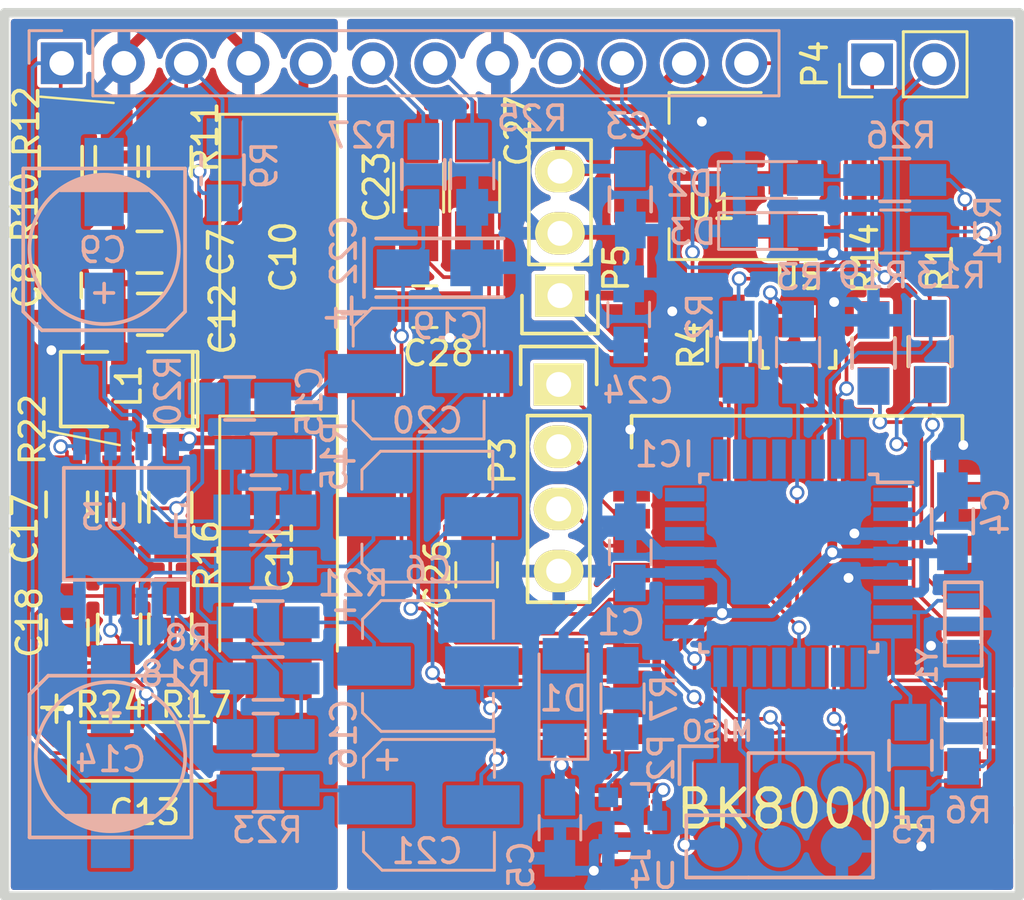
<source format=kicad_pcb>
(kicad_pcb (version 20200518) (host pcbnew "5.99.0-unknown-6083c08~88~ubuntu18.04.1")
  (title_block (date "25 feb 2014"))
  (layers (0 "Front" signal) (31 "Back" signal) (34 "B.Paste" user) (35 "F.Paste" user) (36 "B.SilkS" user) (37 "F.SilkS" user) (38 "B.Mask" user) (39 "F.Mask" user) (44 "Edge.Cuts" user))
  (net 0 "")
  (net 1 "+5V")
  (net 2 "/DataOut")
  (net 3 "GND")
  (net 4 "+12V")
  (net 5 "TX")
  (net 6 "RX")
  (net 7 "/BT_RESET")
  (net 8 "/ARESET")
  (net 9 "+BATT")
  (net 10 "Net-(IC1-Pad8)")
  (net 11 "/MOSI")
  (net 12 "/MISO")
  (net 13 "/SCK")
  (net 14 "/BTOUTL")
  (net 15 "/BTOUTR")
  (net 16 "Net-(C8-Pad1)")
  (net 17 "/AOUTL")
  (net 18 "/AOUTR")
  (net 19 "GNDA")
  (net 20 "+12C")
  (net 21 "/VGND")
  (net 22 "/DataIn")
  (net 23 "/Clock")
  (net 24 "Net-(C7-Pad1)")
  (net 25 "Net-(C15-Pad1)")
  (net 26 "Net-(C14-Pad1)")
  (net 27 "Net-(C15-Pad2)")
  (net 28 "Net-(C16-Pad2)")
  (net 29 "Net-(C17-Pad1)")
  (net 30 "Net-(C18-Pad1)")
  (net 31 "Net-(C19-Pad1)")
  (net 32 "Net-(C21-Pad1)")
  (net 33 "Net-(IC1-Pad30)")
  (net 34 "Net-(IC1-Pad31)")
  (net 35 "/MIC_BIAS")
  (net 36 "/CDC_ENA_12V")
  (net 37 "/BTOUTRN")
  (net 38 "/BTOUTLN")
  (net 39 "/MICP")
  (net 40 "/MIC_IN2")
  (net 41 "/MICN")
  (net 42 "/MIC_IN1")
  (net 43 "Net-(D2-Pad2)")
  (net 44 "Net-(D3-Pad2)")
  (net 45 "/LED1")
  (net 46 "/LED2")
  (net 47 "/IN_DETECT")
  (net 48 "/INR")
  (net 49 "/INL")
  (net 50 "Net-(IC1-Pad7)")
  (net 51 "Net-(R5-Pad1)")
  (net 52 "Net-(IC1-Pad12)")
  (net 53 "Net-(P1-Pad9)")
  (net 54 "Net-(P1-Pad12)")
  (net 55 "Net-(R3-Pad1)")
  (net 56 "Net-(R7-Pad1)")
  (net 57 "Net-(J1-Pad1)")
  (net 58 "Net-(J2-Pad1)")
  (net 59 "Net-(J3-Pad1)")
  (net 60 "Net-(J4-Pad1)")
  (net 61 "Net-(J5-Pad1)")
  (net 62 "Net-(C6-Pad1)")
  (net 63 "Net-(C20-Pad1)")
  (module "TO_SOT_Packages_SMD:SOT-223-3_TabPin2" (layer "Front") (at 98.3615 143.3195 180)
    (fp_text reference "U1" (at 0.1905 -1.27) (layer "F.SilkS"))
    (fp_text value "AP1117")
    (pad "2" smd rect (at 3.15 0 180) (size 2 3.8) (layers "Front" "F.Paste" "F.Mask") (net 1 "+5V"))
    (pad "2" smd rect (at -3.15 0 180) (size 2 1.5) (layers "Front" "F.Paste" "F.Mask") (net 1 "+5V"))
    (pad "3" smd rect (at -3.15 2.3 180) (size 2 1.5) (layers "Front" "F.Paste" "F.Mask") (net 36 "/CDC_ENA_12V"))
    (pad "1" smd rect (at -3.15 -2.3 180) (size 2 1.5) (layers "Front" "F.Paste" "F.Mask") (net 3 "GND"))
  )
  (module "Capacitors_SMD:CP_Elec_5x5.8" (layer "Back") (at 86.65464 168.99128)
    (fp_text reference "C21" (at -0.0762 1.89484) (layer "B.SilkS") (effects (justify mirror)))
    (fp_text value "1m/16V")
    (fp_text user "+" (at -1.7018 -1.91516) (layer "B.SilkS") (effects (justify mirror)))
    (pad "1" smd rect (at -2.2 0 180) (size 3 1.6) (layers "Back" "B.Paste" "B.Mask") (net 32 "Net-(C21-Pad1)"))
    (pad "2" smd rect (at 2.2 0 180) (size 3 1.6) (layers "Back" "B.Paste" "B.Mask") (net 37 "/BTOUTRN"))
  )
  (module "Capacitors_SMD:CP_Elec_5x5.8" (layer "Back") (at 86.5886 157.226)
    (fp_text reference "C20" (at 0 -3.92) (layer "B.SilkS") (effects (justify mirror)))
    (fp_text value "1m/16V")
    (fp_text user "+" (at -3.38 -2.35) (layer "B.SilkS") (effects (justify mirror)))
    (pad "1" smd rect (at -2.2 0 180) (size 3 1.6) (layers "Back" "B.Paste" "B.Mask") (net 63 "Net-(C20-Pad1)"))
    (pad "2" smd rect (at 2.2 0 180) (size 3 1.6) (layers "Back" "B.Paste" "B.Mask") (net 14 "/BTOUTL"))
  )
  (module "Capacitors_SMD:CP_Elec_5x5.8" (layer "Back") (at 86.614 163.322)
    (fp_text reference "C6" (at 0 -3.92) (layer "B.SilkS") (effects (justify mirror)))
    (fp_text value "1m/16V")
    (fp_text user "+" (at -3.38 -2.35) (layer "B.SilkS") (effects (justify mirror)))
    (pad "1" smd rect (at -2.2 0 180) (size 3 1.6) (layers "Back" "B.Paste" "B.Mask") (net 62 "Net-(C6-Pad1)"))
    (pad "2" smd rect (at 2.2 0 180) (size 3 1.6) (layers "Back" "B.Paste" "B.Mask") (net 15 "/BTOUTR"))
  )
  (module "Capacitors_Tantalum_SMD.pretty:TantalC_SizeA_EIA-3216_Wave" (layer "Front") (at 75.057 166.8145)
    (fp_text reference "C13" (at 0 2.4765) (layer "F.SilkS"))
    (fp_text value "4u7/10V")
    (fp_text user "+" (at -3.59918 -1.80086) (layer "F.SilkS"))
    (pad "1" smd rect (at -1.50114 0) (size 2.14884 1.50114) (layers "Front" "F.Paste" "F.Mask") (net 21 "/VGND"))
    (pad "2" smd rect (at 1.50114 0) (size 2.14884 1.50114) (layers "Front" "F.Paste" "F.Mask") (net 19 "GNDA"))
  )
  (module "Capacitors_Tantalum_SMD:CP_Tantalum_Case-D_EIA-7343-31_Hand" (layer "Front") (at 80.518 159.0675 -90)
    (fp_text reference "C11" (at -0.1905 -0.0635 90) (layer "F.SilkS"))
    (fp_text value "100u/16V")
    (pad "1" smd rect (at -3.775 0 270) (size 3.75 2.7) (layers "Front" "F.Paste" "F.Mask") (net 20 "+12C"))
    (pad "2" smd rect (at 3.775 0 270) (size 3.75 2.7) (layers "Front" "F.Paste" "F.Mask") (net 19 "GNDA"))
  )
  (module "Capacitors_Tantalum_SMD:CP_Tantalum_Case-D_EIA-7343-31_Hand" (layer "Front") (at 80.518 146.7485 -90)
    (fp_text reference "C10" (at -0.127 -0.1905 90) (layer "F.SilkS"))
    (fp_text value "100u/16V")
    (pad "1" smd rect (at -3.775 0 270) (size 3.75 2.7) (layers "Front" "F.Paste" "F.Mask") (net 4 "+12V"))
    (pad "2" smd rect (at 3.775 0 270) (size 3.75 2.7) (layers "Front" "F.Paste" "F.Mask") (net 19 "GNDA"))
  )
  (module "SMD_Packages:SMD-1210_Pol" (layer "Front") (at 74.422 152.019 180)
    (fp_text reference "L1" (at 0.01524 0.12192 270) (layer "F.SilkS"))
    (fp_text value "330u")
    (pad "1" smd rect (at -1.778 0 180) (size 1.778 2.794) (layers "Front" "F.Paste" "F.Mask") (net 4 "+12V"))
    (pad "2" smd rect (at 1.778 0 180) (size 1.778 2.794) (layers "Front" "F.Paste" "F.Mask") (net 20 "+12C"))
  )
  (module "Pin_Headers.pretty:Pin_Header_Straight_1x04" (layer "Front") (at 91.948 151.8285)
    (fp_text reference "P3" (at -2.286 3.1115 270) (layer "F.SilkS"))
    (fp_text value "CONN_4" hide)
    (pad "4" thru_hole oval (at 0 7.62) (size 2.032 1.7272) (drill 1.016) (layers *.Cu *.Mask "F.SilkS") (net 3 "GND"))
    (pad "3" thru_hole oval (at 0 5.08) (size 2.032 1.7272) (drill 1.016) (layers *.Cu *.Mask "F.SilkS") (net 49 "/INL"))
    (pad "2" thru_hole oval (at 0 2.54) (size 2.032 1.7272) (drill 1.016) (layers *.Cu *.Mask "F.SilkS") (net 48 "/INR"))
    (pad "1" thru_hole rect (at 0 0) (size 2.032 1.7272) (drill 1.016) (layers *.Cu *.Mask "F.SilkS") (net 47 "/IN_DETECT"))
  )
  (module "modules:1pin_smd" (layer "Front") (at 109.9185 164.9095)
    (fp_text reference "J5" hide)
    (fp_text value "TDI")
    (pad "1" smd rect (at 0 0) (size 1 1) (layers "Front" "F.Paste" "F.Mask") (net 61 "Net-(J5-Pad1)") (clearance 0.1))
  )
  (module "modules:1pin_smd" (layer "Front") (at 109.9185 166.0525)
    (fp_text reference "J4" hide)
    (fp_text value "TDO")
    (pad "1" smd rect (at 0 0) (size 1 1) (layers "Front" "F.Paste" "F.Mask") (net 60 "Net-(J4-Pad1)") (clearance 0.1))
  )
  (module "modules:1pin_smd" (layer "Front") (at 109.9185 167.1955)
    (fp_text reference "J3" hide)
    (fp_text value "TCK")
    (pad "1" smd rect (at 0 0) (size 1 1) (layers "Front" "F.Paste" "F.Mask") (net 59 "Net-(J3-Pad1)"))
  )
  (module "modules:1pin_smd" (layer "Front") (at 109.9185 168.3385)
    (fp_text reference "J2" hide)
    (fp_text value "TMS")
    (pad "1" smd rect (at 0 0) (size 1 1) (layers "Front" "F.Paste" "F.Mask") (net 58 "Net-(J2-Pad1)") (clearance 0.1))
  )
  (module "modules:1pin_smd" (layer "Front") (at 109.9185 170.4975)
    (fp_text reference "J1" hide)
    (fp_text value "Ant")
    (pad "1" smd rect (at 0 0) (size 1 1) (layers "Front" "F.Paste" "F.Mask") (net 57 "Net-(J1-Pad1)") (clearance 0.1))
  )
  (module "Capacitors_SMD:C_0805_HandSoldering" (layer "Back") (at 94.8055 148.971 90)
    (fp_text reference "C24" (at -3.1115 0.381) (layer "B.SilkS") (effects (justify mirror)))
    (fp_text value "100n")
    (pad "1" smd rect (at -1.25 0 90) (size 1.5 1.25) (layers "Back" "B.Paste" "B.Mask") (net 1 "+5V"))
    (pad "2" smd rect (at 1.25 0 90) (size 1.5 1.25) (layers "Back" "B.Paste" "B.Mask") (net 3 "GND"))
  )
  (module "Housings_QFP:TQFP-32_7x7mm_Pitch0.8mm" (layer "Back") (at 101.33584 159.1248 180)
    (fp_text reference "IC1" (at 5.06984 4.4388 180) (layer "B.SilkS") (effects (justify mirror)))
    (fp_text value "ATMEGA88-A")
    (pad "1" smd rect (at -4.25 2.8 180) (size 1.6 0.55) (layers "Back" "B.Paste" "B.Mask"))
    (pad "2" smd rect (at -4.25 2 180) (size 1.6 0.55) (layers "Back" "B.Paste" "B.Mask") (net 23 "/Clock"))
    (pad "3" smd rect (at -4.25 1.2 180) (size 1.6 0.55) (layers "Back" "B.Paste" "B.Mask") (net 3 "GND"))
    (pad "4" smd rect (at -4.25 0.4 180) (size 1.6 0.55) (layers "Back" "B.Paste" "B.Mask") (net 1 "+5V"))
    (pad "5" smd rect (at -4.25 -0.4 180) (size 1.6 0.55) (layers "Back" "B.Paste" "B.Mask") (net 3 "GND"))
    (pad "6" smd rect (at -4.25 -1.2 180) (size 1.6 0.55) (layers "Back" "B.Paste" "B.Mask") (net 1 "+5V"))
    (pad "7" smd rect (at -4.25 -2 180) (size 1.6 0.55) (layers "Back" "B.Paste" "B.Mask") (net 50 "Net-(IC1-Pad7)"))
    (pad "8" smd rect (at -4.25 -2.8 180) (size 1.6 0.55) (layers "Back" "B.Paste" "B.Mask") (net 10 "Net-(IC1-Pad8)"))
    (pad "9" smd rect (at -2.8 -4.25 90) (size 1.6 0.55) (layers "Back" "B.Paste" "B.Mask"))
    (pad "10" smd rect (at -2 -4.25 90) (size 1.6 0.55) (layers "Back" "B.Paste" "B.Mask"))
    (pad "11" smd rect (at -1.2 -4.25 90) (size 1.6 0.55) (layers "Back" "B.Paste" "B.Mask"))
    (pad "12" smd rect (at -0.4 -4.25 90) (size 1.6 0.55) (layers "Back" "B.Paste" "B.Mask") (net 52 "Net-(IC1-Pad12)"))
    (pad "13" smd rect (at 0.4 -4.25 90) (size 1.6 0.55) (layers "Back" "B.Paste" "B.Mask"))
    (pad "14" smd rect (at 1.2 -4.25 90) (size 1.6 0.55) (layers "Back" "B.Paste" "B.Mask"))
    (pad "15" smd rect (at 2 -4.25 90) (size 1.6 0.55) (layers "Back" "B.Paste" "B.Mask") (net 11 "/MOSI"))
    (pad "16" smd rect (at 2.8 -4.25 90) (size 1.6 0.55) (layers "Back" "B.Paste" "B.Mask") (net 12 "/MISO"))
    (pad "17" smd rect (at 4.25 -2.8 180) (size 1.6 0.55) (layers "Back" "B.Paste" "B.Mask") (net 13 "/SCK"))
    (pad "18" smd rect (at 4.25 -2 180) (size 1.6 0.55) (layers "Back" "B.Paste" "B.Mask") (net 1 "+5V"))
    (pad "19" smd rect (at 4.25 -1.2 180) (size 1.6 0.55) (layers "Back" "B.Paste" "B.Mask"))
    (pad "20" smd rect (at 4.25 -0.4 180) (size 1.6 0.55) (layers "Back" "B.Paste" "B.Mask") (net 1 "+5V"))
    (pad "21" smd rect (at 4.25 0.4 180) (size 1.6 0.55) (layers "Back" "B.Paste" "B.Mask") (net 3 "GND"))
    (pad "22" smd rect (at 4.25 1.2 180) (size 1.6 0.55) (layers "Back" "B.Paste" "B.Mask"))
    (pad "23" smd rect (at 4.25 2 180) (size 1.6 0.55) (layers "Back" "B.Paste" "B.Mask"))
    (pad "24" smd rect (at 4.25 2.8 180) (size 1.6 0.55) (layers "Back" "B.Paste" "B.Mask"))
    (pad "25" smd rect (at 2.8 4.25 90) (size 1.6 0.55) (layers "Back" "B.Paste" "B.Mask"))
    (pad "26" smd rect (at 2 4.25 90) (size 1.6 0.55) (layers "Back" "B.Paste" "B.Mask") (net 22 "/DataIn"))
    (pad "27" smd rect (at 1.2 4.25 90) (size 1.6 0.55) (layers "Back" "B.Paste" "B.Mask"))
    (pad "28" smd rect (at 0.4 4.25 90) (size 1.6 0.55) (layers "Back" "B.Paste" "B.Mask"))
    (pad "29" smd rect (at -0.4 4.25 90) (size 1.6 0.55) (layers "Back" "B.Paste" "B.Mask") (net 8 "/ARESET"))
    (pad "30" smd rect (at -1.2 4.25 90) (size 1.6 0.55) (layers "Back" "B.Paste" "B.Mask") (net 33 "Net-(IC1-Pad30)"))
    (pad "31" smd rect (at -2 4.25 90) (size 1.6 0.55) (layers "Back" "B.Paste" "B.Mask") (net 34 "Net-(IC1-Pad31)"))
    (pad "32" smd rect (at -2.8 4.25 90) (size 1.6 0.55) (layers "Back" "B.Paste" "B.Mask"))
  )
  (module "modules:MURATA_CSTCE_V53" (layer "Back") (at 108.45292 162.55746 90)
    (fp_text reference "Y1" (at -0.76454 -1.47 270) (layer "B.SilkS") (effects (font (size 0.8 0.8)) (justify mirror)))
    (fp_text value "16MHz")
    (pad "2" smd rect (at 0.95 0 90) (size 0.6 1.3) (layers "Back" "B.Paste" "B.Mask") (net 3 "GND"))
    (pad "3" smd rect (at 1.9 0 90) (size 0.6 1.3) (layers "Back" "B.Paste" "B.Mask") (net 50 "Net-(IC1-Pad7)"))
    (pad "1" smd rect (at 0 0 90) (size 0.6 1.3) (layers "Back" "B.Paste" "B.Mask") (net 51 "Net-(R5-Pad1)"))
  )
  (module "modules:F-6188_nosilk" (layer "Front") (at 108.42244 153.1112 180)
    (fp_text reference "U2" hide)
    (fp_text value "F-6188" hide)
    (pad "25" smd rect (at 13.5 -10.8 180) (size 1.5 0.8) (layers "Front" "F.Paste" "F.Mask") (net 14 "/BTOUTL"))
    (pad "20" smd rect (at 13.5 -5.3 180) (size 1.5 0.8) (layers "Front" "F.Paste" "F.Mask") (net 49 "/INL"))
    (pad "22" smd rect (at 13.5 -7.5 180) (size 1.5 0.8) (layers "Front" "F.Paste" "F.Mask") (net 39 "/MICP"))
    (pad "30" smd rect (at 13.5 -16.3 180) (size 1.5 0.8) (layers "Front" "F.Paste" "F.Mask"))
    (pad "28" smd rect (at 13.5 -14.1 180) (size 1.5 0.8) (layers "Front" "F.Paste" "F.Mask"))
    (pad "24" smd rect (at 13.5 -9.7 180) (size 1.5 0.8) (layers "Front" "F.Paste" "F.Mask") (net 38 "/BTOUTLN"))
    (pad "21" smd rect (at 13.5 -6.4 180) (size 1.5 0.8) (layers "Front" "F.Paste" "F.Mask") (net 41 "/MICN"))
    (pad "31" smd rect (at 13.5 -17.4 180) (size 1.5 0.8) (layers "Front" "F.Paste" "F.Mask"))
    (pad "18" smd rect (at 13.5 -3.1 180) (size 1.5 0.8) (layers "Front" "F.Paste" "F.Mask") (net 47 "/IN_DETECT"))
    (pad "29" smd rect (at 13.5 -15.2 180) (size 1.5 0.8) (layers "Front" "F.Paste" "F.Mask") (net 9 "+BATT"))
    (pad "19" smd rect (at 13.5 -4.2 180) (size 1.5 0.8) (layers "Front" "F.Paste" "F.Mask") (net 48 "/INR"))
    (pad "27" smd rect (at 13.5 -13 180) (size 1.5 0.8) (layers "Front" "F.Paste" "F.Mask") (net 37 "/BTOUTRN"))
    (pad "17" smd rect (at 13.5 -2 180) (size 1.5 0.8) (layers "Front" "F.Paste" "F.Mask") (net 3 "GND"))
    (pad "23" smd rect (at 13.5 -8.6 180) (size 1.5 0.8) (layers "Front" "F.Paste" "F.Mask") (net 35 "/MIC_BIAS"))
    (pad "32" smd rect (at 13.5 -18.5 180) (size 1.5 0.8) (layers "Front" "F.Paste" "F.Mask") (net 3 "GND"))
    (pad "26" smd rect (at 13.5 -11.9 180) (size 1.5 0.8) (layers "Front" "F.Paste" "F.Mask") (net 15 "/BTOUTR"))
    (pad "4" smd rect (at 0 -15.2 180) (size 1.5 0.8) (layers "Front" "F.Paste" "F.Mask") (net 58 "Net-(J2-Pad1)"))
    (pad "1" smd rect (at 0 -18.5 180) (size 1.5 0.8) (layers "Front" "F.Paste" "F.Mask") (net 3 "GND"))
    (pad "2" smd rect (at 0 -17.4 180) (size 1.5 0.8) (layers "Front" "F.Paste" "F.Mask") (net 57 "Net-(J1-Pad1)"))
    (pad "3" smd rect (at 0 -16.3 180) (size 1.5 0.8) (layers "Front" "F.Paste" "F.Mask") (net 3 "GND"))
    (pad "7" smd rect (at 0 -11.9 180) (size 1.5 0.8) (layers "Front" "F.Paste" "F.Mask") (net 61 "Net-(J5-Pad1)"))
    (pad "5" smd rect (at 0 -14.1 180) (size 1.5 0.8) (layers "Front" "F.Paste" "F.Mask") (net 59 "Net-(J3-Pad1)"))
    (pad "9" smd rect (at 0 -9.7 180) (size 1.5 0.8) (layers "Front" "F.Paste" "F.Mask"))
    (pad "6" smd rect (at 0 -13 180) (size 1.5 0.8) (layers "Front" "F.Paste" "F.Mask") (net 60 "Net-(J4-Pad1)"))
    (pad "10" smd rect (at 0 -8.6 180) (size 1.5 0.8) (layers "Front" "F.Paste" "F.Mask") (net 5 "TX"))
    (pad "8" smd rect (at 0 -10.8 180) (size 1.5 0.8) (layers "Front" "F.Paste" "F.Mask") (net 7 "/BT_RESET"))
    (pad "11" smd rect (at 0 -7.5 180) (size 1.5 0.8) (layers "Front" "F.Paste" "F.Mask") (net 6 "RX"))
    (pad "12" smd rect (at 0 -6.4 180) (size 1.5 0.8) (layers "Front" "F.Paste" "F.Mask"))
    (pad "13" smd rect (at 0 -5.3 180) (size 1.5 0.8) (layers "Front" "F.Paste" "F.Mask") (net 45 "/LED1"))
    (pad "14" smd rect (at 0 -4.2 180) (size 1.5 0.8) (layers "Front" "F.Paste" "F.Mask") (net 46 "/LED2"))
    (pad "15" smd rect (at 0 -3.1 180) (size 1.5 0.8) (layers "Front" "F.Paste" "F.Mask"))
    (pad "16" smd rect (at 0 -2 180) (size 1.5 0.8) (layers "Front" "F.Paste" "F.Mask") (net 3 "GND"))
  )
  (module "Pin_Headers:Pin_Header_Straight_1x12_Pitch2.54mm" (layer "Back") (at 71.66864 138.71448 -90)
    (fp_text reference "P1" hide)
    (fp_text value "CONN_10")
    (pad "12" thru_hole oval (at 0 -27.94 270) (size 1.7 1.7) (drill 1) (layers *.Cu *.Mask) (net 54 "Net-(P1-Pad12)"))
    (pad "11" thru_hole oval (at 0 -25.4 270) (size 1.7 1.7) (drill 1) (layers *.Cu *.Mask) (net 36 "/CDC_ENA_12V"))
    (pad "10" thru_hole oval (at 0 -22.86 270) (size 1.7 1.7) (drill 1) (layers *.Cu *.Mask) (net 2 "/DataOut"))
    (pad "9" thru_hole oval (at 0 -20.32 270) (size 1.7 1.7) (drill 1) (layers *.Cu *.Mask) (net 53 "Net-(P1-Pad9)"))
    (pad "8" thru_hole oval (at 0 -17.78 270) (size 1.7 1.7) (drill 1) (layers *.Cu *.Mask) (net 3 "GND"))
    (pad "7" thru_hole oval (at 0 -15.24 270) (size 1.7 1.7) (drill 1) (layers *.Cu *.Mask) (net 42 "/MIC_IN1"))
    (pad "6" thru_hole oval (at 0 -12.7 270) (size 1.7 1.7) (drill 1) (layers *.Cu *.Mask) (net 40 "/MIC_IN2"))
    (pad "5" thru_hole oval (at 0 -10.16 270) (size 1.7 1.7) (drill 1) (layers *.Cu *.Mask) (net 4 "+12V"))
    (pad "4" thru_hole oval (at 0 -7.62 270) (size 1.7 1.7) (drill 1) (layers *.Cu *.Mask) (net 19 "GNDA"))
    (pad "3" thru_hole oval (at 0 -5.08 270) (size 1.7 1.7) (drill 1) (layers *.Cu *.Mask) (net 18 "/AOUTR"))
    (pad "2" thru_hole oval (at 0 -2.54 270) (size 1.7 1.7) (drill 1) (layers *.Cu *.Mask) (net 19 "GNDA"))
    (pad "1" thru_hole rect (at 0 0 270) (size 1.7 1.7) (drill 1) (layers *.Cu *.Mask) (net 17 "/AOUTL"))
  )
  (module "SMD_Packages:SOIC-8-N" (layer "Back") (at 74.295 157.52064 180)
    (fp_text reference "U3" (at 0.8636 0.26924 180) (layer "B.SilkS") (effects (justify mirror)))
    (fp_text value "TL072")
    (pad "8" smd rect (at -1.905 3.175 180) (size 0.508 1.143) (layers "Back" "B.Paste" "B.Mask") (net 20 "+12C"))
    (pad "7" smd rect (at -0.635 3.175 180) (size 0.508 1.143) (layers "Back" "B.Paste" "B.Mask") (net 25 "Net-(C15-Pad1)"))
    (pad "6" smd rect (at 0.635 3.175 180) (size 0.508 1.143) (layers "Back" "B.Paste" "B.Mask") (net 27 "Net-(C15-Pad2)"))
    (pad "5" smd rect (at 1.905 3.175 180) (size 0.508 1.143) (layers "Back" "B.Paste" "B.Mask") (net 29 "Net-(C17-Pad1)"))
    (pad "4" smd rect (at 1.905 -3.175 180) (size 0.508 1.143) (layers "Back" "B.Paste" "B.Mask") (net 19 "GNDA"))
    (pad "3" smd rect (at 0.635 -3.175 180) (size 0.508 1.143) (layers "Back" "B.Paste" "B.Mask") (net 30 "Net-(C18-Pad1)"))
    (pad "2" smd rect (at -0.635 -3.175 180) (size 0.508 1.143) (layers "Back" "B.Paste" "B.Mask") (net 28 "Net-(C16-Pad2)"))
    (pad "1" smd rect (at -1.905 -3.175 180) (size 0.508 1.143) (layers "Back" "B.Paste" "B.Mask") (net 26 "Net-(C14-Pad1)"))
  )
  (module "Capacitors_SMD:c_elec_6.3x5.7" (layer "Back") (at 73.66 167.02024 90)
    (fp_text reference "C14" (at -0.11176 0 180) (layer "B.SilkS") (effects (justify mirror)))
    (fp_text value "4.7m/25V")
    (pad "1" smd rect (at 2.75082 0 90) (size 3.59918 1.6002) (layers "Back" "B.Paste" "B.Mask") (net 26 "Net-(C14-Pad1)"))
    (pad "2" smd rect (at -2.75082 0 90) (size 3.59918 1.6002) (layers "Back" "B.Paste" "B.Mask") (net 17 "/AOUTL"))
  )
  (module "Resistors_SMD:R_0805_HandSoldering" (layer "Front") (at 76.0984 156.84754 90)
    (fp_text reference "R16" (at -1.96596 1.4986 90) (layer "F.SilkS"))
    (fp_text value "100k")
    (pad "1" smd rect (at -1.35 0 90) (size 1.5 1.3) (layers "Front" "F.Paste" "F.Mask") (net 21 "/VGND"))
    (pad "2" smd rect (at 1.35 0 90) (size 1.5 1.3) (layers "Front" "F.Paste" "F.Mask") (net 20 "+12C"))
  )
  (module "Capacitors_Tantalum_SMD.pretty:TantalC_SizeA_EIA-3216_Wave" (layer "Back") (at 87.09914 147.066)
    (fp_text reference "C22" (at -3.91414 -0.6985 270) (layer "B.SilkS") (effects (justify mirror)))
    (fp_text value "4u7/10V")
    (fp_text user "+" (at -3.59918 1.80086 180) (layer "B.SilkS") (effects (justify mirror)))
    (pad "1" smd rect (at -1.50114 0) (size 2.14884 1.50114) (layers "Back" "B.Paste" "B.Mask") (net 35 "/MIC_BIAS"))
    (pad "2" smd rect (at 1.50114 0) (size 2.14884 1.50114) (layers "Back" "B.Paste" "B.Mask") (net 3 "GND"))
  )
  (module "Resistors_SMD:R_0805_HandSoldering" (layer "Front") (at 76.10094 161.80436 90)
    (fp_text reference "R17" (at -3.10514 1.05156 180) (layer "F.SilkS"))
    (fp_text value "100k")
    (pad "1" smd rect (at -1.35 0 90) (size 1.5 1.3) (layers "Front" "F.Paste" "F.Mask") (net 19 "GNDA"))
    (pad "2" smd rect (at 1.35 0 90) (size 1.5 1.3) (layers "Front" "F.Paste" "F.Mask") (net 21 "/VGND"))
  )
  (module "Capacitors_SMD:C_0805_HandSoldering" (layer "Back") (at 79.9084 154.686)
    (fp_text reference "C15" (at 1.8796 -2.159 270) (layer "B.SilkS") (effects (justify mirror)))
    (fp_text value "33p")
    (pad "1" smd rect (at -1.25 0) (size 1.5 1.25) (layers "Back" "B.Paste" "B.Mask") (net 25 "Net-(C15-Pad1)"))
    (pad "2" smd rect (at 1.25 0) (size 1.5 1.25) (layers "Back" "B.Paste" "B.Mask") (net 27 "Net-(C15-Pad2)"))
  )
  (module "Resistors_SMD:R_0805_HandSoldering" (layer "Back") (at 88.41944 143.24584 90)
    (fp_text reference "R25" (at 2.27584 2.44906 180) (layer "B.SilkS") (effects (justify mirror)))
    (fp_text value "1k")
    (pad "1" smd rect (at -1.35 0 90) (size 1.5 1.3) (layers "Back" "B.Paste" "B.Mask") (net 3 "GND"))
    (pad "2" smd rect (at 1.35 0 90) (size 1.5 1.3) (layers "Back" "B.Paste" "B.Mask") (net 42 "/MIC_IN1"))
  )
  (module "Capacitors_SMD:C_1206_HandSoldering" (layer "Front") (at 86.233 143.7955 90)
    (fp_text reference "C23" (at 0.0315 -1.7145 90) (layer "F.SilkS"))
    (fp_text value "1u/10V")
    (pad "1" smd rect (at -2 0 90) (size 2 1.6) (layers "Front" "F.Paste" "F.Mask") (net 39 "/MICP"))
    (pad "2" smd rect (at 2 0 90) (size 2 1.6) (layers "Front" "F.Paste" "F.Mask") (net 40 "/MIC_IN2"))
  )
  (module "Capacitors_SMD:C_0805_HandSoldering" (layer "Back") (at 108.0135 157.4165 90)
    (fp_text reference "C4" (at 0.381 1.778 270) (layer "B.SilkS") (effects (justify mirror)))
    (fp_text value "100n")
    (pad "1" smd rect (at -1.25 0 90) (size 1.5 1.25) (layers "Back" "B.Paste" "B.Mask") (net 1 "+5V"))
    (pad "2" smd rect (at 1.25 0 90) (size 1.5 1.25) (layers "Back" "B.Paste" "B.Mask") (net 3 "GND"))
  )
  (module "Capacitors_SMD:C_1206_HandSoldering" (layer "Front") (at 88.519 143.7635 90)
    (fp_text reference "C27" (at 2.2855 1.778 270) (layer "F.SilkS"))
    (fp_text value "1u/10V")
    (pad "1" smd rect (at -2 0 90) (size 2 1.6) (layers "Front" "F.Paste" "F.Mask") (net 41 "/MICN"))
    (pad "2" smd rect (at 2 0 90) (size 2 1.6) (layers "Front" "F.Paste" "F.Mask") (net 42 "/MIC_IN1"))
  )
  (module "Pin_Headers.pretty:Pin_Header_Straight_1x03" (layer "Front") (at 92 148.2 180)
    (fp_text reference "P5" (at -2.2975 1.134 90) (layer "F.SilkS"))
    (fp_text value "LM7805" hide)
    (pad "3" thru_hole oval (at 0 5.08 180) (size 2.032 1.7272) (drill 1.016) (layers *.Cu *.Mask "F.SilkS") (net 36 "/CDC_ENA_12V"))
    (pad "2" thru_hole oval (at 0 2.54 180) (size 2.032 1.7272) (drill 1.016) (layers *.Cu *.Mask "F.SilkS") (net 3 "GND"))
    (pad "1" thru_hole rect (at 0 0 180) (size 2.032 1.7272) (drill 1.016) (layers *.Cu *.Mask "F.SilkS") (net 1 "+5V"))
  )
  (module "TO_SOT_Packages_SMD.pretty:SOT-23" (layer "Front") (at 101.74732 150.50516 180)
    (fp_text reference "U5" (at 0.02032 3.05816) (layer "F.SilkS"))
    (fp_text value "MAX809")
    (pad "3" smd rect (at 0 -0.99822 180) (size 0.8001 0.8001) (layers "Front" "F.Paste" "F.Mask") (net 1 "+5V"))
    (pad "2" smd rect (at 0.95 1.00076 180) (size 0.8001 0.8001) (layers "Front" "F.Paste" "F.Mask") (net 55 "Net-(R3-Pad1)"))
    (pad "1" smd rect (at -0.95 1.00076 180) (size 0.8001 0.8001) (layers "Front" "F.Paste" "F.Mask") (net 3 "GND"))
  )
  (module "TO_SOT_Packages_SMD.pretty:SOT-23" (layer "Back") (at 94.97314 169.63644 90)
    (fp_text reference "U4" (at -2.25806 0.84836 180) (layer "B.SilkS") (effects (justify mirror)))
    (fp_text value "MAX809")
    (pad "3" smd rect (at 0 0.99822 90) (size 0.8001 0.8001) (layers "Back" "B.Paste" "B.Mask") (net 9 "+BATT"))
    (pad "2" smd rect (at 0.95 -1.00076 90) (size 0.8001 0.8001) (layers "Back" "B.Paste" "B.Mask") (net 56 "Net-(R7-Pad1)"))
    (pad "1" smd rect (at -0.95 -1.00076 90) (size 0.8001 0.8001) (layers "Back" "B.Paste" "B.Mask") (net 3 "GND"))
  )
  (module "Pin_Headers:Pin_Header_Straight_1x02_Pitch2.54mm" (layer "Front") (at 104.73944 138.75766 90)
    (fp_text reference "P4" (at 0 -2.33 90) (layer "F.SilkS"))
    (fp_text value "SERIAL")
    (pad "1" thru_hole rect (at 0 0 90) (size 1.7 1.7) (drill 1) (layers *.Cu *.Mask) (net 34 "Net-(IC1-Pad31)"))
    (pad "2" thru_hole oval (at 0 2.54 90) (size 1.7 1.7) (drill 1) (layers *.Cu *.Mask) (net 33 "Net-(IC1-Pad30)"))
  )
  (module "Capacitors_SMD:C_0805_HandSoldering" (layer "Back") (at 94.869 158.6865 90)
    (fp_text reference "C1" (at -2.8575 -0.381 180) (layer "B.SilkS") (effects (justify mirror)))
    (fp_text value "100n")
    (pad "1" smd rect (at -1.25 0 90) (size 1.5 1.25) (layers "Back" "B.Paste" "B.Mask") (net 1 "+5V"))
    (pad "2" smd rect (at 1.25 0 90) (size 1.5 1.25) (layers "Back" "B.Paste" "B.Mask") (net 3 "GND"))
  )
  (module "Capacitors_SMD:C_0805_HandSoldering" (layer "Back") (at 91.9988 169.926 -90)
    (fp_text reference "C5" (at 1.524 1.5748 90) (layer "B.SilkS") (effects (justify mirror)))
    (fp_text value "100n")
    (pad "1" smd rect (at -1.25 0 270) (size 1.5 1.25) (layers "Back" "B.Paste" "B.Mask") (net 9 "+BATT"))
    (pad "2" smd rect (at 1.25 0 270) (size 1.5 1.25) (layers "Back" "B.Paste" "B.Mask") (net 3 "GND"))
  )
  (module "Resistors_SMD:R_0805_HandSoldering" (layer "Back") (at 101.71684 150.51024 -90)
    (fp_text reference "R3" (at -3.06324 -0.07366) (layer "B.SilkS") (effects (justify mirror)))
    (fp_text value "1k")
    (pad "1" smd rect (at -1.35 0 270) (size 1.5 1.3) (layers "Back" "B.Paste" "B.Mask") (net 55 "Net-(R3-Pad1)"))
    (pad "2" smd rect (at 1.35 0 270) (size 1.5 1.3) (layers "Back" "B.Paste" "B.Mask") (net 8 "/ARESET"))
  )
  (module "Diodes_SMD:D_MiniMELF" (layer "Back") (at 92.14612 164.58184 90)
    (fp_text reference "D1" (at -0.07366 -0.00762 180) (layer "B.SilkS") (effects (justify mirror)))
    (fp_text value "1N4148")
    (pad "1" smd rect (at -1.75 0 90) (size 1.3 1.7) (layers "Back" "B.Paste" "B.Mask") (net 9 "+BATT"))
    (pad "2" smd rect (at 1.75 0 90) (size 1.3 1.7) (layers "Back" "B.Paste" "B.Mask") (net 1 "+5V"))
  )
  (module "Capacitors_SMD:C_0805_HandSoldering" (layer "Front") (at 86.487 148.6535)
    (fp_text reference "C28" (at 0.5515 1.905) (layer "F.SilkS"))
    (fp_text value "100n")
    (pad "2" smd rect (at 1.25 0) (size 1.5 1.25) (layers "Front" "F.Paste" "F.Mask") (net 3 "GND"))
    (pad "1" smd rect (at -1.25 0) (size 1.5 1.25) (layers "Front" "F.Paste" "F.Mask") (net 35 "/MIC_BIAS"))
  )
  (module "Pin_Headers:Pin_Header_Straight_2x03" (layer "Back") (at 98.425 168.148 -90)
    (fp_text reference "P2" (at -1.0795 2.286 -90) (layer "B.SilkS") (effects (justify mirror)))
    (fp_text value "SPI")
    (pad "1" smd rect (at 0 0 270) (size 1.7272 1.7272) (layers "Back" "B.Paste" "B.Mask") (net 12 "/MISO"))
    (pad "2" smd oval (at 2.54 0 270) (size 1.7272 1.7272) (layers "Back" "B.Paste" "B.Mask") (net 1 "+5V"))
    (pad "3" smd oval (at 0 -2.54 270) (size 1.7272 1.7272) (layers "Back" "B.Paste" "B.Mask") (net 13 "/SCK"))
    (pad "4" smd oval (at 2.54 -2.54 270) (size 1.7272 1.7272) (layers "Back" "B.Paste" "B.Mask") (net 11 "/MOSI"))
    (pad "5" smd oval (at 0 -5.08 270) (size 1.7272 1.7272) (layers "Back" "B.Paste" "B.Mask") (net 8 "/ARESET"))
    (pad "6" smd oval (at 2.54 -5.08 270) (size 1.7272 1.7272) (layers "Back" "B.Paste" "B.Mask") (net 3 "GND"))
  )
  (module "Capacitors_SMD:CP_Elec_5x5.8" (layer "Back") (at 86.233 151.384)
    (fp_text reference "C19" (at 1.19416 -1.92278) (layer "B.SilkS") (effects (justify mirror)))
    (fp_text value "1m/16V")
    (fp_text user "+" (at -3.38 -2.35) (layer "B.SilkS") (effects (justify mirror)))
    (pad "2" smd rect (at 2.2 0 180) (size 3 1.6) (layers "Back" "B.Paste" "B.Mask") (net 38 "/BTOUTLN"))
    (pad "1" smd rect (at -2.2 0 180) (size 3 1.6) (layers "Back" "B.Paste" "B.Mask") (net 31 "Net-(C19-Pad1)"))
  )
  (module "Resistors_SMD:R_0805_HandSoldering" (layer "Front") (at 104.79278 150.53056 -90)
    (fp_text reference "R14" (at -3.84556 0.33528 90) (layer "F.SilkS"))
    (fp_text value "1k")
    (pad "1" smd rect (at -1.35 0 270) (size 1.5 1.3) (layers "Front" "F.Paste" "F.Mask") (net 34 "Net-(IC1-Pad31)"))
    (pad "2" smd rect (at 1.35 0 270) (size 1.5 1.3) (layers "Front" "F.Paste" "F.Mask") (net 6 "RX"))
  )
  (module "Resistors_SMD:R_0805_HandSoldering" (layer "Back") (at 99.2886 150.51024 -90)
    (fp_text reference "R2" (at -1.4478 1.5748 90) (layer "B.SilkS") (effects (justify mirror)))
    (fp_text value "1k")
    (pad "1" smd rect (at -1.35 0 270) (size 1.5 1.3) (layers "Back" "B.Paste" "B.Mask") (net 54 "Net-(P1-Pad12)"))
    (pad "2" smd rect (at 1.35 0 270) (size 1.5 1.3) (layers "Back" "B.Paste" "B.Mask") (net 22 "/DataIn"))
  )
  (module "Resistors_SMD:R_0805_HandSoldering" (layer "Back") (at 80.09 168.402 180)
    (fp_text reference "R23" (at 0.03048 -1.6256 180) (layer "B.SilkS") (effects (justify mirror)))
    (fp_text value "2k2")
    (pad "1" smd rect (at -1.35 0 180) (size 1.5 1.3) (layers "Back" "B.Paste" "B.Mask") (net 32 "Net-(C21-Pad1)"))
    (pad "2" smd rect (at 1.35 0 180) (size 1.5 1.3) (layers "Back" "B.Paste" "B.Mask") (net 30 "Net-(C18-Pad1)"))
  )
  (module "Capacitors_SMD:C_0805_HandSoldering" (layer "Back") (at 94.869 144.272 -90)
    (fp_text reference "C3" (at -2.9845 0.0635) (layer "B.SilkS") (effects (justify mirror)))
    (fp_text value "100n")
    (pad "1" smd rect (at -1.25 0 270) (size 1.5 1.25) (layers "Back" "B.Paste" "B.Mask") (net 36 "/CDC_ENA_12V"))
    (pad "2" smd rect (at 1.25 0 270) (size 1.5 1.25) (layers "Back" "B.Paste" "B.Mask") (net 3 "GND"))
  )
  (module "Resistors_SMD:R_0805_HandSoldering" (layer "Front") (at 107.08894 150.48992 -90)
    (fp_text reference "R1" (at -3.42392 -0.41656 90) (layer "F.SilkS"))
    (fp_text value "1k")
    (pad "1" smd rect (at -1.35 0 270) (size 1.5 1.3) (layers "Front" "F.Paste" "F.Mask") (net 53 "Net-(P1-Pad9)"))
    (pad "2" smd rect (at 1.35 0 270) (size 1.5 1.3) (layers "Front" "F.Paste" "F.Mask") (net 23 "/Clock"))
  )
  (module "Resistors_SMD:R_0805_HandSoldering" (layer "Front") (at 98.88728 150.26386 90)
    (fp_text reference "R4" (at 0.02286 -1.54178 90) (layer "F.SilkS"))
    (fp_text value "1k")
    (pad "1" smd rect (at -1.35 0 90) (size 1.5 1.3) (layers "Front" "F.Paste" "F.Mask") (net 52 "Net-(IC1-Pad12)"))
    (pad "2" smd rect (at 1.35 0 90) (size 1.5 1.3) (layers "Front" "F.Paste" "F.Mask") (net 2 "/DataOut"))
  )
  (module "Resistors_SMD:R_0805_HandSoldering" (layer "Back") (at 106.30154 166.96944 90)
    (fp_text reference "R5" (at -3.07086 0.15494) (layer "B.SilkS") (effects (justify mirror)))
    (fp_text value "100")
    (pad "1" smd rect (at -1.35 0 90) (size 1.5 1.3) (layers "Back" "B.Paste" "B.Mask") (net 51 "Net-(R5-Pad1)"))
    (pad "2" smd rect (at 1.35 0 90) (size 1.5 1.3) (layers "Back" "B.Paste" "B.Mask") (net 10 "Net-(IC1-Pad8)"))
  )
  (module "Resistors_SMD:R_0805_HandSoldering" (layer "Back") (at 108.45292 166.069 -90)
    (fp_text reference "R6" (at 3.15596 -0.2032 180) (layer "B.SilkS") (effects (justify mirror)))
    (fp_text value "1M")
    (pad "1" smd rect (at -1.35 0 270) (size 1.5 1.3) (layers "Back" "B.Paste" "B.Mask") (net 50 "Net-(IC1-Pad7)"))
    (pad "2" smd rect (at 1.35 0 270) (size 1.5 1.3) (layers "Back" "B.Paste" "B.Mask") (net 51 "Net-(R5-Pad1)"))
  )
  (module "Capacitors_SMD:c_elec_6.3x5.7" (layer "Back") (at 73.40092 146.31416 -90)
    (fp_text reference "C9" (at 0.03302 0.05842) (layer "B.SilkS") (effects (justify mirror)))
    (fp_text value "4.7m/25V")
    (pad "1" smd rect (at 2.75082 0 270) (size 3.59918 1.6002) (layers "Back" "B.Paste" "B.Mask") (net 25 "Net-(C15-Pad1)"))
    (pad "2" smd rect (at -2.75082 0 270) (size 3.59918 1.6002) (layers "Back" "B.Paste" "B.Mask") (net 18 "/AOUTR"))
  )
  (module "Capacitors_SMD:C_0805_HandSoldering" (layer "Front") (at 75.26782 148.9634 180)
    (fp_text reference "C12" (at -2.96418 -0.1981 270) (layer "F.SilkS"))
    (fp_text value "100n")
    (pad "1" smd rect (at -1.25 0 180) (size 1.5 1.25) (layers "Front" "F.Paste" "F.Mask") (net 20 "+12C"))
    (pad "2" smd rect (at 1.25 0 180) (size 1.5 1.25) (layers "Front" "F.Paste" "F.Mask") (net 19 "GNDA"))
  )
  (module "Resistors_SMD:R_0805_HandSoldering" (layer "Back") (at 80.09 161.544)
    (fp_text reference "R8" (at -3.255 0.635 180) (layer "B.SilkS") (effects (justify mirror)))
    (fp_text value "2k2")
    (pad "1" smd rect (at -1.35 0) (size 1.5 1.3) (layers "Back" "B.Paste" "B.Mask") (net 28 "Net-(C16-Pad2)"))
    (pad "2" smd rect (at 1.35 0) (size 1.5 1.3) (layers "Back" "B.Paste" "B.Mask") (net 62 "Net-(C6-Pad1)"))
  )
  (module "Resistors_SMD:R_0805_HandSoldering" (layer "Back") (at 78.232 143.0655 90)
    (fp_text reference "R9" (at 0.1905 1.7145 90) (layer "B.SilkS") (effects (justify mirror)))
    (fp_text value "39R")
    (pad "1" smd rect (at -1.35 0 90) (size 1.5 1.3) (layers "Back" "B.Paste" "B.Mask") (net 24 "Net-(C7-Pad1)"))
    (pad "2" smd rect (at 1.35 0 90) (size 1.5 1.3) (layers "Back" "B.Paste" "B.Mask") (net 18 "/AOUTR"))
  )
  (module "Resistors_SMD:R_0805_HandSoldering" (layer "Front") (at 71.628 142.7188 90)
    (fp_text reference "R10" (at -1.8707 -1.4605 270) (layer "F.SilkS"))
    (fp_text value "39R")
    (pad "1" smd rect (at -1.35 0 90) (size 1.5 1.3) (layers "Front" "F.Paste" "F.Mask") (net 16 "Net-(C8-Pad1)"))
    (pad "2" smd rect (at 1.35 0 90) (size 1.5 1.3) (layers "Front" "F.Paste" "F.Mask") (net 17 "/AOUTL"))
  )
  (module "Resistors_SMD:R_0805_HandSoldering" (layer "Front") (at 76.08062 142.73022 90)
    (fp_text reference "R11" (at 0.99822 1.45288 270) (layer "F.SilkS"))
    (fp_text value "47k")
    (pad "1" smd rect (at -1.35 0 90) (size 1.5 1.3) (layers "Front" "F.Paste" "F.Mask") (net 19 "GNDA"))
    (pad "2" smd rect (at 1.35 0 90) (size 1.5 1.3) (layers "Front" "F.Paste" "F.Mask") (net 18 "/AOUTR"))
  )
  (module "Resistors_SMD:R_0805_HandSoldering" (layer "Front") (at 73.914 142.7226 90)
    (fp_text reference "R12" (at 1.6256 -3.683 270) (layer "F.SilkS"))
    (fp_text value "47k")
    (pad "1" smd rect (at -1.35 0 90) (size 1.5 1.3) (layers "Front" "F.Paste" "F.Mask") (net 19 "GNDA"))
    (pad "2" smd rect (at 1.35 0 90) (size 1.5 1.3) (layers "Front" "F.Paste" "F.Mask") (net 17 "/AOUTL"))
  )
  (module "Resistors_SMD:R_0805_HandSoldering" (layer "Back") (at 107.12704 150.47722 -90)
    (fp_text reference "R13" (at -3.09372 -0.82296) (layer "B.SilkS") (effects (justify mirror)))
    (fp_text value "1k")
    (pad "1" smd rect (at -1.35 0 270) (size 1.5 1.3) (layers "Back" "B.Paste" "B.Mask") (net 33 "Net-(IC1-Pad30)"))
    (pad "2" smd rect (at 1.35 0 270) (size 1.5 1.3) (layers "Back" "B.Paste" "B.Mask") (net 5 "TX"))
  )
  (module "Resistors_SMD:R_0805_HandSoldering" (layer "Back") (at 79.9592 156.972 180)
    (fp_text reference "R15" (at -2.8448 2.2225 90) (layer "B.SilkS") (effects (justify mirror)))
    (fp_text value "47k")
    (pad "1" smd rect (at -1.35 0 180) (size 1.5 1.3) (layers "Back" "B.Paste" "B.Mask") (net 27 "Net-(C15-Pad2)"))
    (pad "2" smd rect (at 1.35 0 180) (size 1.5 1.3) (layers "Back" "B.Paste" "B.Mask") (net 25 "Net-(C15-Pad1)"))
  )
  (module "Capacitors_SMD:C_0805_HandSoldering" (layer "Back") (at 79.99 166.116)
    (fp_text reference "C16" (at 3.195 0 90) (layer "B.SilkS") (effects (justify mirror)))
    (fp_text value "33p")
    (pad "1" smd rect (at -1.25 0) (size 1.5 1.25) (layers "Back" "B.Paste" "B.Mask") (net 26 "Net-(C14-Pad1)"))
    (pad "2" smd rect (at 1.25 0) (size 1.5 1.25) (layers "Back" "B.Paste" "B.Mask") (net 28 "Net-(C16-Pad2)"))
  )
  (module "Capacitors_SMD:C_0805_HandSoldering" (layer "Front") (at 71.882 156.7269 -90)
    (fp_text reference "C17" (at 1.0071 1.7145 -90) (layer "F.SilkS"))
    (fp_text value "33p")
    (pad "1" smd rect (at -1.25 0 270) (size 1.5 1.25) (layers "Front" "F.Paste" "F.Mask") (net 29 "Net-(C17-Pad1)"))
    (pad "2" smd rect (at 1.25 0 270) (size 1.5 1.25) (layers "Front" "F.Paste" "F.Mask") (net 21 "/VGND"))
  )
  (module "Capacitors_SMD:C_0805_HandSoldering" (layer "Front") (at 71.89216 161.95168 90)
    (fp_text reference "C18" (at 0.40768 -1.53416 90) (layer "F.SilkS"))
    (fp_text value "33p")
    (pad "1" smd rect (at -1.25 0 90) (size 1.5 1.25) (layers "Front" "F.Paste" "F.Mask") (net 30 "Net-(C18-Pad1)"))
    (pad "2" smd rect (at 1.25 0 90) (size 1.5 1.25) (layers "Front" "F.Paste" "F.Mask") (net 21 "/VGND"))
  )
  (module "Resistors_SMD:R_0805_HandSoldering" (layer "Back") (at 80.09 163.83 180)
    (fp_text reference "R18" (at 3.763 0.1905 180) (layer "B.SilkS") (effects (justify mirror)))
    (fp_text value "47k")
    (pad "1" smd rect (at -1.35 0 180) (size 1.5 1.3) (layers "Back" "B.Paste" "B.Mask") (net 28 "Net-(C16-Pad2)"))
    (pad "2" smd rect (at 1.35 0 180) (size 1.5 1.3) (layers "Back" "B.Paste" "B.Mask") (net 26 "Net-(C14-Pad1)"))
  )
  (module "Resistors_SMD:R_0805_HandSoldering" (layer "Back") (at 104.79278 150.55976 90)
    (fp_text reference "R19" (at 3.17626 -0.01778) (layer "B.SilkS") (effects (justify mirror)))
    (fp_text value "2k")
    (pad "1" smd rect (at -1.35 0 90) (size 1.5 1.3) (layers "Back" "B.Paste" "B.Mask") (net 6 "RX"))
    (pad "2" smd rect (at 1.35 0 90) (size 1.5 1.3) (layers "Back" "B.Paste" "B.Mask") (net 3 "GND"))
  )
  (module "Resistors_SMD:R_0805_HandSoldering" (layer "Back") (at 78.9305 152.4 180)
    (fp_text reference "R20" (at 2.921 0.3175 270) (layer "B.SilkS") (effects (justify mirror)))
    (fp_text value "2k2")
    (pad "1" smd rect (at -1.35 0 180) (size 1.5 1.3) (layers "Back" "B.Paste" "B.Mask") (net 31 "Net-(C19-Pad1)"))
    (pad "2" smd rect (at 1.35 0 180) (size 1.5 1.3) (layers "Back" "B.Paste" "B.Mask") (net 29 "Net-(C17-Pad1)"))
  )
  (module "Resistors_SMD:R_0805_HandSoldering" (layer "Back") (at 79.9846 159.258)
    (fp_text reference "R21" (at 3.5814 0.6985) (layer "B.SilkS") (effects (justify mirror)))
    (fp_text value "2k2")
    (pad "1" smd rect (at -1.35 0) (size 1.5 1.3) (layers "Back" "B.Paste" "B.Mask") (net 27 "Net-(C15-Pad2)"))
    (pad "2" smd rect (at 1.35 0) (size 1.5 1.3) (layers "Back" "B.Paste" "B.Mask") (net 63 "Net-(C20-Pad1)"))
  )
  (module "Resistors_SMD:R_0805_HandSoldering" (layer "Front") (at 73.9775 156.8285 90)
    (fp_text reference "R22" (at 3.1585 -3.4925 90) (layer "F.SilkS"))
    (fp_text value "47k")
    (pad "1" smd rect (at -1.35 0 90) (size 1.5 1.3) (layers "Front" "F.Paste" "F.Mask") (net 21 "/VGND"))
    (pad "2" smd rect (at 1.35 0 90) (size 1.5 1.3) (layers "Front" "F.Paste" "F.Mask") (net 29 "Net-(C17-Pad1)"))
  )
  (module "Resistors_SMD:R_0805_HandSoldering" (layer "Front") (at 74.01306 161.81706 -90)
    (fp_text reference "R24" (at 3.09244 0.35306 180) (layer "F.SilkS"))
    (fp_text value "47k")
    (pad "1" smd rect (at -1.35 0 270) (size 1.5 1.3) (layers "Front" "F.Paste" "F.Mask") (net 21 "/VGND"))
    (pad "2" smd rect (at 1.35 0 270) (size 1.5 1.3) (layers "Front" "F.Paste" "F.Mask") (net 30 "Net-(C18-Pad1)"))
  )
  (module "Resistors_SMD:R_0805_HandSoldering" (layer "Back") (at 105.66272 143.47952 180)
    (fp_text reference "R26" (at -0.25528 1.81102 180) (layer "B.SilkS") (effects (justify mirror)))
    (fp_text value "1k")
    (pad "1" smd rect (at -1.35 0 180) (size 1.5 1.3) (layers "Back" "B.Paste" "B.Mask") (net 45 "/LED1"))
    (pad "2" smd rect (at 1.35 0 180) (size 1.5 1.3) (layers "Back" "B.Paste" "B.Mask") (net 43 "Net-(D2-Pad2)"))
  )
  (module "Capacitors_SMD:C_0805_HandSoldering" (layer "Front") (at 75.25258 146.42846 180)
    (fp_text reference "C7" (at -2.91592 -0.00254 270) (layer "F.SilkS"))
    (fp_text value "100n")
    (pad "1" smd rect (at -1.25 0 180) (size 1.5 1.25) (layers "Front" "F.Paste" "F.Mask") (net 24 "Net-(C7-Pad1)"))
    (pad "2" smd rect (at 1.25 0 180) (size 1.5 1.25) (layers "Front" "F.Paste" "F.Mask") (net 19 "GNDA"))
  )
  (module "Capacitors_SMD:C_0805_HandSoldering" (layer "Front") (at 71.61784 147.78736 -90)
    (fp_text reference "C8" (at -0.02286 1.38684 90) (layer "F.SilkS"))
    (fp_text value "100n")
    (pad "1" smd rect (at -1.25 0 270) (size 1.5 1.25) (layers "Front" "F.Paste" "F.Mask") (net 16 "Net-(C8-Pad1)"))
    (pad "2" smd rect (at 1.25 0 270) (size 1.5 1.25) (layers "Front" "F.Paste" "F.Mask") (net 19 "GNDA"))
  )
  (module "Resistors_SMD:R_0805_HandSoldering" (layer "Back") (at 86.4235 143.256 -90)
    (fp_text reference "R27" (at -1.5875 2.4765 180) (layer "B.SilkS") (effects (justify mirror)))
    (fp_text value "1k")
    (pad "1" smd rect (at -1.35 0 270) (size 1.5 1.3) (layers "Back" "B.Paste" "B.Mask") (net 40 "/MIC_IN2"))
    (pad "2" smd rect (at 1.35 0 270) (size 1.5 1.3) (layers "Back" "B.Paste" "B.Mask") (net 35 "/MIC_BIAS"))
  )
  (module "Capacitors_SMD:C_0805_HandSoldering" (layer "Front") (at 88.6 159.6 90)
    (fp_text reference "C26" (at 0 -1.6 90) (layer "F.SilkS"))
    (fp_text value "10n")
    (pad "1" smd rect (at -1.25 0 90) (size 1.5 1.25) (layers "Front" "F.Paste" "F.Mask") (net 39 "/MICP"))
    (pad "2" smd rect (at 1.25 0 90) (size 1.5 1.25) (layers "Front" "F.Paste" "F.Mask") (net 41 "/MICN"))
  )
  (module "LEDs:LED_0805_HandSoldering" (layer "Back") (at 100.65892 143.47952)
    (fp_text reference "D2" (at -3.37692 0.15748 180) (layer "B.SilkS") (effects (justify mirror)))
    (fp_text value "LED")
    (pad "1" smd rect (at -1.35 0) (size 1.5 1.3) (layers "Back" "B.Paste" "B.Mask") (net 3 "GND"))
    (pad "2" smd rect (at 1.35 0) (size 1.5 1.3) (layers "Back" "B.Paste" "B.Mask") (net 43 "Net-(D2-Pad2)"))
  )
  (module "LEDs:LED_0805_HandSoldering" (layer "Back") (at 100.67416 145.56232)
    (fp_text reference "D3" (at -3.26516 0.04318 180) (layer "B.SilkS") (effects (justify mirror)))
    (fp_text value "LED")
    (pad "2" smd rect (at 1.35 0) (size 1.5 1.3) (layers "Back" "B.Paste" "B.Mask") (net 44 "Net-(D3-Pad2)"))
    (pad "1" smd rect (at -1.35 0) (size 1.5 1.3) (layers "Back" "B.Paste" "B.Mask") (net 3 "GND"))
  )
  (module "Resistors_SMD:R_0805_HandSoldering" (layer "Back") (at 105.68304 145.58772 180)
    (fp_text reference "R31" (at -3.79096 0.04572 90) (layer "B.SilkS") (effects (justify mirror)))
    (fp_text value "1k")
    (pad "2" smd rect (at 1.35 0 180) (size 1.5 1.3) (layers "Back" "B.Paste" "B.Mask") (net 44 "Net-(D3-Pad2)"))
    (pad "1" smd rect (at -1.35 0 180) (size 1.5 1.3) (layers "Back" "B.Paste" "B.Mask") (net 46 "/LED2"))
  )
  (module "Resistors_SMD:R_0805_HandSoldering" (layer "Back") (at 94.55404 164.65042 90)
    (fp_text reference "R7" (at 0 1.7 90) (layer "B.SilkS") (effects (justify mirror)))
    (fp_text value "1k")
    (pad "2" smd rect (at 1.35 0 90) (size 1.5 1.3) (layers "Back" "B.Paste" "B.Mask") (net 7 "/BT_RESET"))
    (pad "1" smd rect (at -1.35 0 90) (size 1.5 1.3) (layers "Back" "B.Paste" "B.Mask") (net 56 "Net-(R7-Pad1)"))
  )
  (gr_line (start 70.8025 140.081) (end 73.787 140.335) (layer "F.SilkS") (width 0.1))
  (gr_line (start 71.12 153.7335) (end 74.041 154.305) (layer "F.SilkS") (width 0.1))
  (gr_text "BK8000L" (at 101.7905 169.164) (layer "F.SilkS") (effects (font (size 1.524 1.524) (thickness 0.2))))
  (gr_text "MISO" (at 98.425 165.989) (layer "B.SilkS") (effects (font (size 0.8 0.8)) (justify mirror)))
  (gr_line (start 110.744 172.72) (end 110.744 136.652) (angle 90) (layer "Edge.Cuts") (width 0.381))
  (gr_line (start 69.342 172.72) (end 110.744 172.72) (angle 90) (layer "Edge.Cuts") (width 0.381))
  (gr_line (start 69.342 136.652) (end 69.342 172.72) (angle 90) (layer "Edge.Cuts") (width 0.381))
  (gr_line (start 110.744 136.652) (end 69.342 136.652) (angle 90) (layer "Edge.Cuts") (width 0.381))
  (segment (start 103.0745 145.6195) (end 103.149537 145.694537) (width 0.4) (layer "Front") (net 3))
  (segment (start 101.5115 145.6195) (end 103.0745 145.6195) (width 0.4) (layer "Front") (net 3))
  (segment (start 103.149537 145.694537) (end 103.149537 146.460498) (width 0.4) (layer "Front") (net 3))
  (segment (start 101.63048 138.71448) (end 102.997 140.081) (width 0.15) (layer "Front") (net 54))
  (segment (start 99.314 147.5105) (end 102.876537 147.5105) (width 0.15) (layer "Front") (net 54))
  (segment (start 102.876537 147.5105) (end 103.674538 146.712499) (width 0.15) (layer "Front") (net 54))
  (segment (start 103.674538 146.712499) (end 103.674538 140.758538) (width 0.15) (layer "Front") (net 54))
  (segment (start 103.674538 140.758538) (end 102.997 140.081) (width 0.15) (layer "Front") (net 54))
  (segment (start 98.017911 141.138511) (end 97.831511 141.138511) (width 0.4) (layer "Back") (net 3))
  (via (at 97.79 141.097) (size 0.6) (drill 0.4) (layers "Front" "Back") (net 3))
  (segment (start 97.831511 141.138511) (end 97.79 141.097) (width 0.4) (layer "Back") (net 3))
  (segment (start 96.5835 148.082) (end 96.2225 147.721) (width 0.4) (layer "Back") (net 3))
  (segment (start 96.5835 148.844) (end 96.5835 148.082) (width 0.4) (layer "Back") (net 3))
  (via (at 96.5835 148.844) (size 0.6) (drill 0.4) (layers "Front" "Back") (net 3))
  (segment (start 96.2225 147.721) (end 94.8055 147.721) (width 0.4) (layer "Back") (net 3))
  (segment (start 92 148.2) (end 94.497 148.2) (width 0.4) (layer "Front") (net 1))
  (segment (start 94.497 148.2) (end 95.2115 147.4855) (width 0.4) (layer "Front") (net 1))
  (segment (start 95.2115 147.4855) (end 95.2115 143.3195) (width 0.4) (layer "Front") (net 1))
  (segment (start 101.5115 143.3195) (end 95.2115 143.3195) (width 0.4) (layer "Front") (net 1))
  (via (at 103.149537 146.460498) (size 0.6) (drill 0.4) (layers "Front" "Back") (net 3))
  (segment (start 99.60864 138.71448) (end 101.63048 138.71448) (width 0.15) (layer "Front") (net 54))
  (segment (start 101.5115 141.0195) (end 99.37366 141.0195) (width 0.4) (layer "Front") (net 36))
  (segment (start 99.37366 141.0195) (end 97.06864 138.71448) (width 0.4) (layer "Front") (net 36))
  (segment (start 95.19412 140.589) (end 93.472 140.589) (width 0.4) (layer "Front") (net 36))
  (segment (start 97.06864 138.71448) (end 95.19412 140.589) (width 0.4) (layer "Front") (net 36))
  (segment (start 93.472 140.589) (end 92 142.061) (width 0.4) (layer "Front") (net 36))
  (segment (start 92 142.061) (end 92 143.12) (width 0.4) (layer "Front") (net 36))
  (segment (start 106.94172 161.1248) (end 107.40906 160.65746) (width 0.15) (layer "Back") (net 50))
  (segment (start 105.58584 161.1248) (end 106.94172 161.1248) (width 0.15) (layer "Back") (net 50))
  (segment (start 107.40906 160.65746) (end 108.45292 160.65746) (width 0.15) (layer "Back") (net 50))
  (segment (start 105.7402 153.19756) (end 107.11054 151.82722) (width 0.15) (layer "Back") (net 5))
  (segment (start 105.7402 154.26436) (end 105.7402 153.19756) (width 0.15) (layer "Back") (net 5))
  (segment (start 107.11054 151.82722) (end 107.12704 151.82722) (width 0.15) (layer "Back") (net 5))
  (segment (start 106.1466 154.26436) (end 106.426 154.54376) (width 0.15) (layer "Front") (net 5))
  (segment (start 105.7402 154.26436) (end 106.1466 154.26436) (width 0.15) (layer "Front") (net 5))
  (segment (start 107.9267 161.7112) (end 108.42244 161.7112) (width 0.15) (layer "Front") (net 5))
  (segment (start 106.426 154.54376) (end 106.426 160.2105) (width 0.15) (layer "Front") (net 5))
  (segment (start 106.426 160.2105) (end 107.9267 161.7112) (width 0.15) (layer "Front") (net 5))
  (segment (start 106.1085 153.3652) (end 106.7435 154.0002) (width 0.15) (layer "Front") (net 6))
  (segment (start 106.7435 154.0002) (end 106.7435 159.512) (width 0.15) (layer "Front") (net 6))
  (segment (start 105.0544 153.3652) (end 106.1085 153.3652) (width 0.15) (layer "Front") (net 6))
  (segment (start 106.7435 159.512) (end 107.8427 160.6112) (width 0.15) (layer "Front") (net 6))
  (segment (start 107.8427 160.6112) (end 108.42244 160.6112) (width 0.15) (layer "Front") (net 6))
  (segment (start 105.0544 153.3652) (end 105.0544 152.14218) (width 0.15) (layer "Front") (net 6))
  (segment (start 105.0544 152.14218) (end 104.79278 151.88056) (width 0.15) (layer "Front") (net 6))
  (segment (start 105.0544 153.3652) (end 105.0544 152.17138) (width 0.15) (layer "Back") (net 6))
  (segment (start 105.0544 152.17138) (end 104.79278 151.90976) (width 0.15) (layer "Back") (net 6))
  (via (at 105.0544 153.3652) (size 0.6) (drill 0.4) (layers "Front" "Back") (net 6))
  (via (at 105.7402 154.26436) (size 0.6) (drill 0.4) (layers "Front" "Back") (net 5))
  (segment (start 78.501 150.5735) (end 78.486 150.5585) (width 0.4) (layer "Front") (net 4))
  (segment (start 78.486 150.5585) (end 78.486 145.3905) (width 0.4) (layer "Front") (net 4))
  (segment (start 78.486 150.772) (end 78.486 150.5585) (width 0.4) (layer "Front") (net 4))
  (segment (start 76.51782 148.9634) (end 76.0806 148.9634) (width 0.4) (layer "Front") (net 20))
  (segment (start 76.0806 148.9634) (end 74.7395 150.3045) (width 0.4) (layer "Front") (net 20))
  (segment (start 74.7395 150.3045) (end 74.7395 152.019) (width 0.4) (layer "Front") (net 20))
  (segment (start 74.3585 152.019) (end 74.7395 152.019) (width 0.4) (layer "Front") (net 20))
  (segment (start 74.7395 152.019) (end 74.7395 153.9875) (width 0.4) (layer "Front") (net 20))
  (segment (start 74.7395 153.9875) (end 74.803 154.051) (width 0.4) (layer "Front") (net 20))
  (segment (start 76.0984 154.34754) (end 75.80186 154.051) (width 0.4) (layer "Front") (net 20))
  (segment (start 74.803 154.051) (end 76.88149 154.051) (width 0.4) (layer "Front") (net 20))
  (segment (start 75.80186 154.051) (end 74.803 154.051) (width 0.4) (layer "Front") (net 20))
  (segment (start 71.65086 154.34564) (end 71.628 154.3685) (width 0.15) (layer "Back") (net 29))
  (segment (start 70.947001 150.731499) (end 71.247 150.4315) (width 0.4) (layer "Back") (net 19))
  (segment (start 71.6736 154.3685) (end 71.628 154.3685) (width 0.15) (layer "Front") (net 29))
  (segment (start 71.736 160.69564) (end 70.947001 159.906641) (width 0.4) (layer "Back") (net 19))
  (segment (start 71.882 154.5769) (end 71.6736 154.3685) (width 0.15) (layer "Front") (net 29))
  (segment (start 70.947001 159.906641) (end 70.947001 150.731499) (width 0.4) (layer "Back") (net 19))
  (segment (start 72.39 154.34564) (end 71.65086 154.34564) (width 0.15) (layer "Back") (net 29))
  (via (at 71.628 154.3685) (size 0.6) (drill 0.4) (layers "Front" "Back") (net 29))
  (segment (start 72.39 160.69564) (end 71.736 160.69564) (width 0.4) (layer "Back") (net 19))
  (segment (start 71.882 155.4769) (end 71.882 154.5769) (width 0.15) (layer "Front") (net 29))
  (segment (start 72.644 152.019) (end 73.933 152.019) (width 0.4) (layer "Front") (net 20))
  (segment (start 73.933 152.019) (end 74.3585 152.019) (width 0.4) (layer "Front") (net 20))
  (segment (start 70.66864 138.71448) (end 71.66864 138.71448) (width 0.15) (layer "Back") (net 17))
  (segment (start 70.483239 162.192241) (end 70.483239 138.899881) (width 0.15) (layer "Back") (net 17))
  (segment (start 70.49516 162.204162) (end 70.483239 162.192241) (width 0.15) (layer "Back") (net 17))
  (segment (start 70.49516 166.09568) (end 70.49516 162.204162) (width 0.15) (layer "Back") (net 17))
  (segment (start 70.483239 138.899881) (end 70.66864 138.71448) (width 0.15) (layer "Back") (net 17))
  (segment (start 74.12736 169.72788) (end 70.49516 166.09568) (width 0.15) (layer "Back") (net 17))
  (segment (start 74.12736 169.77106) (end 74.12736 169.72788) (width 0.15) (layer "Back") (net 17))
  (segment (start 93.73364 162) (end 87.811778 162) (width 0.15) (layer "Front") (net 35))
  (segment (start 87.811778 162) (end 85.5345 159.722722) (width 0.15) (layer "Front") (net 35))
  (segment (start 85.5345 150.284264) (end 85.5345 149.86) (width 0.15) (layer "Front") (net 35))
  (segment (start 86.36 160.9725) (end 85.9155 160.9725) (width 0.15) (layer "Front") (net 38))
  (segment (start 94.02244 161.7112) (end 93.73364 162) (width 0.15) (layer "Front") (net 35))
  (segment (start 85.5345 159.722722) (end 85.5345 150.284264) (width 0.15) (layer "Front") (net 35))
  (segment (start 94.92244 161.7112) (end 94.02244 161.7112) (width 0.15) (layer "Front") (net 35))
  (segment (start 94.92244 162.8112) (end 94.48074 162.3695) (width 0.15) (layer "Front") (net 38))
  (segment (start 94.48074 162.3695) (end 87.757 162.3695) (width 0.15) (layer "Front") (net 38))
  (segment (start 87.757 162.3695) (end 86.36 160.9725) (width 0.15) (layer "Front") (net 38))
  (segment (start 97.492493 163.021092) (end 97.492493 163.849993) (width 0.15) (layer "Front") (net 13))
  (segment (start 97.492493 163.849993) (end 99.1235 165.481) (width 0.15) (layer "Front") (net 13))
  (segment (start 100.5205 165.481) (end 100.584 165.4175) (width 0.15) (layer "Front") (net 13))
  (segment (start 99.1235 165.481) (end 100.5205 165.481) (width 0.15) (layer "Front") (net 13))
  (segment (start 103.439502 166.006002) (end 100.899502 166.006002) (width 0.15) (layer "Front") (net 7))
  (segment (start 97.772499 164.891999) (end 97.4725 164.592) (width 0.15) (layer "Front") (net 7))
  (segment (start 105.534304 163.9112) (end 103.439502 166.006002) (width 0.15) (layer "Front") (net 7))
  (segment (start 100.899502 166.006002) (end 100.853004 166.0525) (width 0.15) (layer "Front") (net 7))
  (segment (start 98.933 166.0525) (end 97.772499 164.891999) (width 0.15) (layer "Front") (net 7))
  (segment (start 108.42244 163.9112) (end 105.534304 163.9112) (width 0.15) (layer "Front") (net 7))
  (segment (start 100.853004 166.0525) (end 98.933 166.0525) (width 0.15) (layer "Front") (net 7))
  (segment (start 99.33584 163.3748) (end 99.33584 166.70934) (width 0.15) (layer "Back") (net 11))
  (segment (start 99.635839 169.422339) (end 100.838 170.6245) (width 0.15) (layer "Back") (net 11))
  (segment (start 99.33584 166.70934) (end 99.635839 167.009339) (width 0.15) (layer "Back") (net 11))
  (segment (start 99.635839 167.009339) (end 99.635839 169.422339) (width 0.15) (layer "Back") (net 11))
  (segment (start 100.965 165.7985) (end 100.584 165.4175) (width 0.15) (layer "Back") (net 13))
  (segment (start 100.965 168.148) (end 100.965 165.7985) (width 0.15) (layer "Back") (net 13))
  (via (at 100.584 165.4175) (size 0.6) (drill 0.4) (layers "Front" "Back") (net 13))
  (segment (start 103.1875 162.410646) (end 103.1875 165.056736) (width 0.15) (layer "Front") (net 8))
  (segment (start 103.505 168.148) (end 103.505 165.7985) (width 0.15) (layer "Back") (net 8))
  (segment (start 103.505 165.7985) (end 103.487499 165.780999) (width 0.15) (layer "Back") (net 8))
  (segment (start 103.487499 165.780999) (end 103.1875 165.481) (width 0.15) (layer "Back") (net 8))
  (segment (start 101.67366 160.896806) (end 103.1875 162.410646) (width 0.15) (layer "Front") (net 8))
  (segment (start 101.67366 156.24556) (end 101.67366 160.896806) (width 0.15) (layer "Front") (net 8))
  (segment (start 103.1875 165.056736) (end 103.1875 165.481) (width 0.15) (layer "Front") (net 8))
  (via (at 103.1875 165.481) (size 0.6) (drill 0.4) (layers "Front" "Back") (net 8))
  (segment (start 78.486 145.3905) (end 81.2165 142.66) (width 0.4) (layer "Front") (net 4))
  (segment (start 77.239 152.019) (end 78.486 150.772) (width 0.4) (layer "Front") (net 4))
  (segment (start 76.2 152.019) (end 77.239 152.019) (width 0.4) (layer "Front") (net 4))
  (segment (start 81.2165 142.66) (end 81.2165 140.9065) (width 0.4) (layer "Front") (net 4))
  (segment (start 81.2165 140.9065) (end 81.534 140.589) (width 0.4) (layer "Front") (net 4))
  (segment (start 81.534 140.589) (end 81.534 139.00912) (width 0.4) (layer "Front") (net 4))
  (segment (start 81.534 139.00912) (end 81.82864 138.71448) (width 0.4) (layer "Front") (net 4))
  (segment (start 107.08894 151.83992) (end 107.08894 153.360936) (width 0.15) (layer "Front") (net 23))
  (segment (start 106.901879 156.758761) (end 106.901879 154.195295) (width 0.15) (layer "Back") (net 23))
  (segment (start 107.200457 153.896717) (end 107.200457 153.472453) (width 0.15) (layer "Back") (net 23))
  (segment (start 106.53584 157.1248) (end 106.901879 156.758761) (width 0.15) (layer "Back") (net 23))
  (segment (start 106.901879 154.195295) (end 107.200457 153.896717) (width 0.15) (layer "Back") (net 23))
  (segment (start 107.08894 153.360936) (end 107.200457 153.472453) (width 0.15) (layer "Front") (net 23))
  (via (at 107.200457 153.472453) (size 0.6) (drill 0.4) (layers "Front" "Back") (net 23))
  (segment (start 105.58584 157.1248) (end 106.53584 157.1248) (width 0.15) (layer "Back") (net 23))
  (segment (start 89.4715 156.0195) (end 89.4715 145.766) (width 0.15) (layer "Front") (net 41))
  (segment (start 88.4555 157.0355) (end 89.4715 156.0195) (width 0.15) (layer "Front") (net 41))
  (segment (start 88.4555 158.2055) (end 88.4555 157.0355) (width 0.15) (layer "Front") (net 41))
  (segment (start 88.6 158.35) (end 88.4555 158.2055) (width 0.15) (layer "Front") (net 41))
  (segment (start 89.4715 145.766) (end 89.469 145.7635) (width 0.15) (layer "Front") (net 41))
  (segment (start 89.469 145.7635) (end 88.519 145.7635) (width 0.15) (layer "Front") (net 41))
  (segment (start 89.107989 147.781989) (end 89.107989 155.811511) (width 0.15) (layer "Front") (net 39))
  (segment (start 87.825 160.85) (end 88.6 160.85) (width 0.15) (layer "Front") (net 39))
  (segment (start 87.249 147.447) (end 88.773 147.447) (width 0.15) (layer "Front") (net 39))
  (segment (start 86.233 146.431) (end 87.249 147.447) (width 0.15) (layer "Front") (net 39))
  (segment (start 86.233 145.7955) (end 86.233 146.431) (width 0.15) (layer "Front") (net 39))
  (segment (start 88.773 147.447) (end 89.107989 147.781989) (width 0.15) (layer "Front") (net 39))
  (segment (start 89.107989 155.811511) (end 87.3125 157.607) (width 0.15) (layer "Front") (net 39))
  (segment (start 87.3125 157.607) (end 87.3125 160.3375) (width 0.15) (layer "Front") (net 39))
  (segment (start 87.3125 160.3375) (end 87.825 160.85) (width 0.15) (layer "Front") (net 39))
  (segment (start 86.215499 160.672501) (end 85.9155 160.9725) (width 0.15) (layer "Back") (net 38))
  (segment (start 88.7603 151.384) (end 86.215499 153.928801) (width 0.15) (layer "Back") (net 38))
  (segment (start 86.215499 153.928801) (end 86.215499 160.672501) (width 0.15) (layer "Back") (net 38))
  (via (at 85.9155 160.9725) (size 0.6) (drill 0.4) (layers "Front" "Back") (net 38))
  (segment (start 94.09204 166.1112) (end 90.4288 166.1112) (width 0.15) (layer "Front") (net 37))
  (segment (start 90.4288 166.1112) (end 89.707999 166.832001) (width 0.15) (layer "Front") (net 37))
  (segment (start 88.78824 169.418) (end 88.78824 167.75176) (width 0.15) (layer "Back") (net 37))
  (segment (start 88.78824 167.75176) (end 89.408 167.132) (width 0.15) (layer "Back") (net 37))
  (segment (start 89.707999 166.832001) (end 89.408 167.132) (width 0.15) (layer "Front") (net 37))
  (via (at 89.408 167.132) (size 0.6) (drill 0.4) (layers "Front" "Back") (net 37))
  (segment (start 71.61784 149.03736) (end 71.247 149.4082) (width 0.4) (layer "Front") (net 19))
  (segment (start 71.247 150.3048) (end 71.3737 150.4315) (width 0.4) (layer "Front") (net 19))
  (segment (start 71.247 149.4082) (end 71.247 150.3048) (width 0.4) (layer "Front") (net 19))
  (segment (start 71.3737 150.4315) (end 71.247 150.4315) (width 0.4) (layer "Front") (net 19))
  (via (at 71.247 150.4315) (size 0.6) (drill 0.4) (layers "Front" "Back") (net 19))
  (segment (start 74.20864 138.71448) (end 71.247 141.67612) (width 0.4) (layer "Back") (net 19))
  (segment (start 71.247 141.67612) (end 71.247 150.4315) (width 0.4) (layer "Back") (net 19))
  (segment (start 94.8055 150.221) (end 94.021 150.221) (width 0.4) (layer "Back") (net 1))
  (segment (start 94.021 150.221) (end 92 148.2) (width 0.4) (layer "Back") (net 1))
  (segment (start 96.5835 152.781) (end 96.5835 148.474) (width 0.4) (layer "Back") (net 3))
  (segment (start 96.5835 148.474) (end 95.8305 147.721) (width 0.4) (layer "Back") (net 3))
  (segment (start 95.8305 147.721) (end 94.8055 147.721) (width 0.4) (layer "Back") (net 3))
  (segment (start 94.869 153.67) (end 95.6945 153.67) (width 0.4) (layer "Back") (net 3))
  (segment (start 95.6945 153.67) (end 96.5835 152.781) (width 0.4) (layer "Back") (net 3))
  (segment (start 94.869 145.522) (end 94.869 146.672) (width 0.4) (layer "Back") (net 3))
  (segment (start 94.869 147.574) (end 94.869 147.113) (width 0.4) (layer "Back") (net 3))
  (segment (start 94.869 146.672) (end 94.869 147.574) (width 0.4) (layer "Back") (net 3))
  (segment (start 94.869 145.522) (end 92.138 145.522) (width 0.4) (layer "Back") (net 3))
  (segment (start 92.138 145.522) (end 92 145.66) (width 0.4) (layer "Back") (net 3))
  (segment (start 94.869 143.022) (end 92.098 143.022) (width 0.4) (layer "Back") (net 36))
  (segment (start 92.098 143.022) (end 92 143.12) (width 0.4) (layer "Back") (net 36))
  (segment (start 96.8375 146.636504) (end 97.249994 147.048998) (width 0.15) (layer "Back") (net 53))
  (segment (start 92.48648 138.71448) (end 96.8375 143.0655) (width 0.15) (layer "Back") (net 53))
  (segment (start 96.8375 143.0655) (end 96.8375 146.636504) (width 0.15) (layer "Back") (net 53))
  (segment (start 91.98864 138.71448) (end 92.48648 138.71448) (width 0.15) (layer "Back") (net 53))
  (segment (start 99.061998 146.985498) (end 104.797709 146.985498) (width 0.15) (layer "Back") (net 53))
  (segment (start 104.965991 147.15378) (end 105.26599 147.453779) (width 0.15) (layer "Back") (net 53))
  (segment (start 97.249994 147.048998) (end 98.998498 147.048998) (width 0.15) (layer "Back") (net 53))
  (segment (start 98.998498 147.048998) (end 99.061998 146.985498) (width 0.15) (layer "Back") (net 53))
  (segment (start 104.797709 146.985498) (end 104.965991 147.15378) (width 0.15) (layer "Back") (net 53))
  (segment (start 97.409 143.1925) (end 94.52864 140.31214) (width 0.15) (layer "Back") (net 2))
  (segment (start 97.409 146.431) (end 97.409 143.1925) (width 0.15) (layer "Back") (net 2))
  (segment (start 99.30892 142.42952) (end 98.017911 141.138511) (width 0.4) (layer "Back") (net 3))
  (segment (start 99.30892 143.47952) (end 99.30892 142.42952) (width 0.4) (layer "Back") (net 3))
  (segment (start 94.52864 140.31214) (end 94.52864 138.71448) (width 0.15) (layer "Back") (net 2))
  (segment (start 80.2805 152.4) (end 81.8515 152.4) (width 0.15) (layer "Back") (net 31))
  (segment (start 82.7405 151.511) (end 84.2333 151.511) (width 0.15) (layer "Back") (net 31))
  (segment (start 84.2333 151.511) (end 84.3603 151.384) (width 0.15) (layer "Back") (net 31))
  (segment (start 81.8515 152.4) (end 82.7405 151.511) (width 0.15) (layer "Back") (net 31))
  (segment (start 77.5805 152.4) (end 77.4065 152.574) (width 0.15) (layer "Back") (net 29))
  (segment (start 76.0984 154.34754) (end 76.39494 154.051) (width 0.4) (layer "Front") (net 20))
  (segment (start 76.2 154.34564) (end 76.854 154.34564) (width 0.4) (layer "Back") (net 20))
  (via (at 76.88149 154.051) (size 0.6) (drill 0.4) (layers "Front" "Back") (net 20))
  (segment (start 76.88149 154.31815) (end 76.88149 154.051) (width 0.4) (layer "Back") (net 20))
  (segment (start 76.854 154.34564) (end 76.88149 154.31815) (width 0.4) (layer "Back") (net 20))
  (segment (start 77.4065 152.574) (end 77.4065 155.829) (width 0.15) (layer "Back") (net 29))
  (segment (start 76.39494 154.051) (end 76.457226 154.051) (width 0.4) (layer "Front") (net 20))
  (segment (start 76.457226 154.051) (end 76.88149 154.051) (width 0.4) (layer "Front") (net 20))
  (segment (start 77.4065 155.829) (end 77.37475 155.86075) (width 0.15) (layer "Back") (net 29))
  (segment (start 77.37475 155.86075) (end 76.648988 156.586512) (width 0.15) (layer "Back") (net 29))
  (segment (start 76.648988 156.586512) (end 76.348989 156.886511) (width 0.15) (layer "Back") (net 29))
  (segment (start 85.598 149.7965) (end 85.5345 149.86) (width 0.15) (layer "Back") (net 35))
  (segment (start 85.237 149.5625) (end 85.5345 149.86) (width 0.15) (layer "Front") (net 35))
  (segment (start 85.237 148.6535) (end 85.237 149.5625) (width 0.15) (layer "Front") (net 35))
  (segment (start 85.598 147.066) (end 85.598 149.7965) (width 0.15) (layer "Back") (net 35))
  (via (at 85.5345 149.86) (size 0.6) (drill 0.4) (layers "Front" "Back") (net 35))
  (segment (start 87.737 148.6535) (end 87.737 149.6895) (width 0.4) (layer "Front") (net 3))
  (segment (start 87.737 149.6895) (end 87.503 149.9235) (width 0.4) (layer "Front") (net 3))
  (segment (start 88.60028 147.066) (end 88.60028 148.82622) (width 0.4) (layer "Back") (net 3))
  (segment (start 88.60028 148.82622) (end 87.802999 149.623501) (width 0.4) (layer "Back") (net 3))
  (segment (start 87.802999 149.623501) (end 87.503 149.9235) (width 0.4) (layer "Back") (net 3))
  (via (at 87.503 149.9235) (size 0.6) (drill 0.4) (layers "Front" "Back") (net 3))
  (segment (start 91.3675 145.66) (end 89.789 144.0815) (width 0.4) (layer "Back") (net 3))
  (segment (start 89.789 144.0815) (end 89.789 139.05484) (width 0.4) (layer "Back") (net 3))
  (segment (start 89.789 139.05484) (end 89.44864 138.71448) (width 0.4) (layer "Back") (net 3))
  (segment (start 92.14612 162.83184) (end 92.14612 161.98088) (width 0.4) (layer "Back") (net 1))
  (segment (start 92.14612 161.98088) (end 94.2086 159.9184) (width 0.4) (layer "Back") (net 1))
  (segment (start 94.2086 159.9184) (end 94.69628 159.9184) (width 0.4) (layer "Back") (net 1))
  (segment (start 94.69628 159.9184) (end 94.69628 159.88824) (width 0.4) (layer "Back") (net 1))
  (segment (start 93.599 153.416) (end 92.0115 151.8285) (width 0.15) (layer "Front") (net 47))
  (segment (start 93.599 155.342762) (end 93.599 153.416) (width 0.15) (layer "Front") (net 47))
  (segment (start 94.467438 156.2112) (end 93.599 155.342762) (width 0.15) (layer "Front") (net 47))
  (segment (start 94.92244 156.2112) (end 94.467438 156.2112) (width 0.15) (layer "Front") (net 47))
  (segment (start 92.0115 151.8285) (end 91.948 151.8285) (width 0.15) (layer "Front") (net 47))
  (segment (start 93.4085 156.25288) (end 93.4085 155.6766) (width 0.15) (layer "Front") (net 48))
  (segment (start 94.46682 157.3112) (end 93.4085 156.25288) (width 0.15) (layer "Front") (net 48))
  (segment (start 93.4085 155.6766) (end 92.1004 154.3685) (width 0.15) (layer "Front") (net 48))
  (segment (start 94.92244 157.3112) (end 94.46682 157.3112) (width 0.15) (layer "Front") (net 48))
  (segment (start 92.1004 154.3685) (end 91.948 154.3685) (width 0.15) (layer "Front") (net 48))
  (segment (start 95.258262 157.847222) (end 96.13584 158.7248) (width 0.4) (layer "Back") (net 3))
  (segment (start 93.866778 157.847222) (end 95.258262 157.847222) (width 0.4) (layer "Back") (net 3))
  (segment (start 92.4 159.42) (end 92.4 159.314) (width 0.4) (layer "Back") (net 3))
  (segment (start 92.4 159.314) (end 93.866778 157.847222) (width 0.4) (layer "Back") (net 3))
  (segment (start 96.13584 158.7248) (end 97.08584 158.7248) (width 0.4) (layer "Back") (net 3))
  (segment (start 94.92244 158.4112) (end 93.8952 158.4112) (width 0.15) (layer "Front") (net 49))
  (segment (start 93.8952 158.4112) (end 92.3925 156.9085) (width 0.15) (layer "Front") (net 49))
  (segment (start 92.3925 156.9085) (end 91.948 156.9085) (width 0.15) (layer "Front") (net 49))
  (segment (start 92.6 151.8) (end 92.4 151.8) (width 0.15) (layer "Front") (net 47))
  (segment (start 88.41944 144.59584) (end 90.30334 144.59584) (width 0.4) (layer "Back") (net 3))
  (segment (start 90.30334 144.59584) (end 91.3675 145.66) (width 0.4) (layer "Back") (net 3))
  (segment (start 92 145.66) (end 91.3675 145.66) (width 0.4) (layer "Back") (net 3))
  (segment (start 84.36864 138.71448) (end 86.4235 140.76934) (width 0.15) (layer "Back") (net 40))
  (segment (start 86.4235 140.76934) (end 86.4235 141.906) (width 0.15) (layer "Back") (net 40))
  (segment (start 88.41944 141.89584) (end 88.41944 140.22528) (width 0.15) (layer "Back") (net 42))
  (segment (start 88.41944 140.22528) (end 86.90864 138.71448) (width 0.15) (layer "Back") (net 42))
  (segment (start 99.30892 143.47952) (end 99.79152 143.47952) (width 0.4) (layer "Back") (net 3))
  (segment (start 97.9678 150.3172) (end 100.01109 150.3172) (width 0.4) (layer "Front") (net 1))
  (segment (start 100.01109 150.3172) (end 101.19727 151.50338) (width 0.4) (layer "Front") (net 1))
  (segment (start 101.19727 151.50338) (end 101.74732 151.50338) (width 0.4) (layer "Front") (net 1))
  (segment (start 95.0722 150.3172) (end 97.9678 150.3172) (width 0.4) (layer "Front") (net 1))
  (segment (start 78.2955 137.287) (end 75.2475 137.287) (width 0.4) (layer "Front") (net 19))
  (segment (start 74.20864 138.32586) (end 74.20864 138.71448) (width 0.4) (layer "Front") (net 19))
  (segment (start 75.2475 137.287) (end 74.20864 138.32586) (width 0.4) (layer "Front") (net 19))
  (segment (start 79.28864 138.28014) (end 78.2955 137.287) (width 0.4) (layer "Front") (net 19))
  (segment (start 79.28864 138.71448) (end 79.28864 138.28014) (width 0.4) (layer "Front") (net 19))
  (segment (start 107.1415 162.4965) (end 105.3465 162.4965) (width 0.4) (layer "Front") (net 3))
  (segment (start 103.774658 160.153207) (end 103.774658 159.728943) (width 0.4) (layer "Front") (net 3))
  (segment (start 105.3465 162.4965) (end 103.774658 160.924658) (width 0.4) (layer "Front") (net 3))
  (segment (start 103.774658 160.924658) (end 103.774658 160.153207) (width 0.4) (layer "Front") (net 3))
  (segment (start 108.45292 161.60746) (end 107.40292 161.60746) (width 0.4) (layer "Back") (net 3))
  (segment (start 107.40292 161.60746) (end 107.1415 161.86888) (width 0.4) (layer "Back") (net 3))
  (via (at 107.1415 162.4965) (size 0.6) (drill 0.4) (layers "Front" "Back") (net 3))
  (segment (start 107.1415 161.86888) (end 107.1415 162.4965) (width 0.4) (layer "Back") (net 3))
  (segment (start 106.6165 163.68258) (end 106.6165 161.7345) (width 0.15) (layer "Back") (net 50))
  (segment (start 106.6165 161.7345) (end 106.6165 161.6456) (width 0.15) (layer "Back") (net 50))
  (segment (start 106.6165 161.7345) (end 106.6165 161.20546) (width 0.15) (layer "Back") (net 50))
  (segment (start 106.6165 161.20546) (end 106.53584 161.1248) (width 0.15) (layer "Back") (net 50))
  (segment (start 106.53584 161.1248) (end 105.58584 161.1248) (width 0.15) (layer "Back") (net 50))
  (segment (start 108.45292 164.719) (end 107.65292 164.719) (width 0.15) (layer "Back") (net 50))
  (segment (start 107.65292 164.719) (end 106.6165 163.68258) (width 0.15) (layer "Back") (net 50))
  (segment (start 109.7915 170.4975) (end 108.43614 170.4975) (width 0.15) (layer "Front") (net 57))
  (segment (start 108.43614 170.4975) (end 108.42244 170.5112) (width 0.15) (layer "Front") (net 57))
  (segment (start 109.7915 168.3385) (end 108.44974 168.3385) (width 0.15) (layer "Front") (net 58))
  (segment (start 108.44974 168.3385) (end 108.42244 168.3112) (width 0.15) (layer "Front") (net 58))
  (segment (start 108.42244 167.2112) (end 109.7758 167.2112) (width 0.15) (layer "Front") (net 59))
  (segment (start 109.7758 167.2112) (end 109.7915 167.1955) (width 0.15) (layer "Front") (net 59))
  (segment (start 109.7915 166.116) (end 108.42724 166.116) (width 0.15) (layer "Front") (net 60))
  (segment (start 108.42724 166.116) (end 108.42244 166.1112) (width 0.15) (layer "Front") (net 60))
  (segment (start 109.7915 164.973) (end 108.46064 164.973) (width 0.15) (layer "Front") (net 61))
  (segment (start 108.46064 164.973) (end 108.42244 165.0112) (width 0.15) (layer "Front") (net 61))
  (segment (start 78.74 168.402) (end 77.84 168.402) (width 0.15) (layer "Back") (net 30))
  (segment (start 78.74 163.55314) (end 78.74 163.83) (width 0.15) (layer "Back") (net 26))
  (segment (start 76.2 160.69564) (end 76.2 161.01314) (width 0.15) (layer "Back") (net 26))
  (segment (start 76.2 161.01314) (end 78.74 163.55314) (width 0.15) (layer "Back") (net 26))
  (segment (start 73.66 160.69564) (end 73.66 161.01314) (width 0.15) (layer "Back") (net 30))
  (segment (start 73.914 144.0726) (end 73.914 146.33988) (width 0.4) (layer "Front") (net 19))
  (segment (start 101.75494 161.7599) (end 101.75494 163.3557) (width 0.15) (layer "Back") (net 52))
  (segment (start 101.75494 163.3557) (end 101.73584 163.3748) (width 0.15) (layer "Back") (net 52))
  (segment (start 98.88728 151.61386) (end 98.88728 158.89224) (width 0.15) (layer "Front") (net 52))
  (segment (start 98.88728 158.89224) (end 101.75494 161.7599) (width 0.15) (layer "Front") (net 52))
  (via (at 101.75494 161.7599) (size 0.6) (drill 0.4) (layers "Front" "Back") (net 52))
  (segment (start 107.12704 150.1521) (end 107.12704 149.12722) (width 0.15) (layer "Back") (net 33))
  (segment (start 106.74604 150.5331) (end 107.12704 150.1521) (width 0.15) (layer "Back") (net 33))
  (segment (start 104.16794 150.5331) (end 106.74604 150.5331) (width 0.15) (layer "Back") (net 33))
  (segment (start 102.53584 154.8748) (end 102.53584 153.9248) (width 0.15) (layer "Back") (net 33))
  (segment (start 102.53584 153.9248) (end 103.03583 153.42481) (width 0.15) (layer "Back") (net 33))
  (segment (start 103.03583 153.42481) (end 103.03583 151.66521) (width 0.15) (layer "Back") (net 33))
  (segment (start 103.03583 151.66521) (end 104.16794 150.5331) (width 0.15) (layer "Back") (net 33))
  (segment (start 103.33584 154.8748) (end 103.33584 152.353062) (width 0.15) (layer "Back") (net 34))
  (via (at 103.692762 151.99614) (size 0.6) (drill 0.4) (layers "Front" "Back") (net 34))
  (segment (start 103.33584 152.353062) (end 103.692762 151.99614) (width 0.15) (layer "Back") (net 34))
  (segment (start 107.27944 148.97482) (end 107.12704 149.12722) (width 0.15) (layer "Back") (net 33))
  (segment (start 101.71684 151.86024) (end 101.71684 154.8558) (width 0.15) (layer "Back") (net 8))
  (segment (start 101.71684 154.8558) (end 101.73584 154.8748) (width 0.15) (layer "Back") (net 8))
  (segment (start 99.33584 154.8748) (end 99.33584 151.90748) (width 0.15) (layer "Back") (net 22))
  (segment (start 99.33584 151.90748) (end 99.2886 151.86024) (width 0.15) (layer "Back") (net 22))
  (segment (start 107.75188 156.22492) (end 107.75188 156.70876) (width 0.4) (layer "Back") (net 3))
  (segment (start 107.75188 156.70876) (end 106.53584 157.9248) (width 0.4) (layer "Back") (net 3))
  (segment (start 106.53584 157.9248) (end 105.58584 157.9248) (width 0.4) (layer "Back") (net 3))
  (segment (start 105.58584 158.7248) (end 107.75176 158.7248) (width 0.4) (layer "Back") (net 1))
  (segment (start 107.75176 158.7248) (end 107.75188 158.72492) (width 0.4) (layer "Back") (net 1))
  (segment (start 105.58584 161.1248) (end 106.278798 161.1248) (width 0.15) (layer "Back") (net 50))
  (segment (start 94.92244 168.3112) (end 96.13202 168.3112) (width 0.4) (layer "Front") (net 9))
  (segment (start 96.13202 168.3112) (end 96.20504 168.38422) (width 0.4) (layer "Front") (net 9))
  (segment (start 95.97136 169.63644) (end 95.97136 168.6179) (width 0.4) (layer "Back") (net 9))
  (segment (start 95.97136 168.6179) (end 96.20504 168.38422) (width 0.4) (layer "Back") (net 9))
  (via (at 96.20504 168.38422) (size 0.6) (drill 0.4) (layers "Front" "Back") (net 9))
  (segment (start 93.97238 168.68644) (end 93.97238 168.13639) (width 0.15) (layer "Back") (net 56))
  (segment (start 94.55404 167.55473) (end 94.55404 166.00042) (width 0.15) (layer "Back") (net 56))
  (segment (start 93.97238 168.13639) (end 94.55404 167.55473) (width 0.15) (layer "Back") (net 56))
  (segment (start 93.3831 171.68114) (end 92.50394 171.68114) (width 0.4) (layer "Back") (net 3))
  (segment (start 92.50394 171.68114) (end 91.9988 171.176) (width 0.4) (layer "Back") (net 3))
  (segment (start 93.3831 171.68114) (end 94.8525 171.68114) (width 0.4) (layer "Front") (net 3))
  (segment (start 94.8525 171.68114) (end 94.92244 171.6112) (width 0.4) (layer "Front") (net 3))
  (segment (start 93.97238 170.58644) (end 93.42233 170.58644) (width 0.4) (layer "Back") (net 3))
  (segment (start 93.42233 170.58644) (end 93.3831 170.62567) (width 0.4) (layer "Back") (net 3))
  (segment (start 93.3831 170.62567) (end 93.3831 171.68114) (width 0.4) (layer "Back") (net 3))
  (via (at 93.3831 171.68114) (size 0.6) (drill 0.4) (layers "Front" "Back") (net 3))
  (segment (start 97.08584 162.614439) (end 97.492493 163.021092) (width 0.15) (layer "Back") (net 13))
  (segment (start 97.08584 161.9248) (end 97.08584 162.614439) (width 0.15) (layer "Back") (net 13))
  (via (at 97.492493 163.021092) (size 0.6) (drill 0.4) (layers "Front" "Back") (net 13))
  (segment (start 92.0623 167.37076) (end 92.0623 166.41566) (width 0.4) (layer "Back") (net 9))
  (segment (start 92.0623 166.41566) (end 92.14612 166.33184) (width 0.4) (layer "Back") (net 9))
  (segment (start 92.362299 167.670759) (end 92.0623 167.37076) (width 0.4) (layer "Front") (net 9))
  (segment (start 94.92244 168.3112) (end 93.00274 168.3112) (width 0.4) (layer "Front") (net 9))
  (segment (start 93.00274 168.3112) (end 92.362299 167.670759) (width 0.4) (layer "Front") (net 9))
  (segment (start 91.9988 167.43426) (end 92.0623 167.37076) (width 0.4) (layer "Back") (net 9))
  (segment (start 91.9988 168.676) (end 91.9988 167.43426) (width 0.4) (layer "Back") (net 9))
  (via (at 92.0623 167.37076) (size 0.6) (drill 0.4) (layers "Front" "Back") (net 9))
  (segment (start 76.06284 143.95704) (end 73.90384 143.95704) (width 0.4) (layer "Front") (net 19))
  (segment (start 94.92244 155.1112) (end 94.467438 155.1112) (width 0.4) (layer "Front") (net 3))
  (segment (start 94.69628 160.11906) (end 94.69628 159.88824) (width 0.4) (layer "Back") (net 1))
  (segment (start 95.144587 171.833347) (end 94.92244 171.6112) (width 0.4) (layer "Front") (net 3))
  (segment (start 101.67366 156.24556) (end 101.67366 154.93698) (width 0.15) (layer "Back") (net 8))
  (segment (start 101.67366 154.93698) (end 101.73584 154.8748) (width 0.15) (layer "Back") (net 8))
  (via (at 101.67366 156.24556) (size 0.6) (drill 0.4) (layers "Front" "Back") (net 8))
  (segment (start 104.73944 138.75766) (end 104.73944 149.12722) (width 0.15) (layer "Front") (net 34))
  (segment (start 104.73944 149.12722) (end 104.79278 149.18056) (width 0.15) (layer "Front") (net 34))
  (segment (start 102.00892 143.47952) (end 104.31272 143.47952) (width 0.15) (layer "Back") (net 43))
  (segment (start 88.42756 169.36212) (end 88.78824 169.00144) (width 0.15) (layer "Back") (net 37))
  (segment (start 97.06864 138.92784) (end 97.06864 138.71448) (width 0.4) (layer "Front") (net 36))
  (segment (start 97.06864 138.71448) (end 97.06864 138.97864) (width 0.4) (layer "Front") (net 36))
  (segment (start 97.06864 138.71448) (end 97.41408 138.71448) (width 0.4) (layer "Front") (net 36))
  (segment (start 89.4969 138.76274) (end 89.44864 138.71448) (width 0.4) (layer "Front") (net 3))
  (segment (start 94.5261 138.71702) (end 94.52864 138.71448) (width 0.15) (layer "Front") (net 2))
  (segment (start 81.44 168.402) (end 84.32306 168.402) (width 0.15) (layer "Back") (net 32))
  (segment (start 84.32306 168.402) (end 84.38896 168.4679) (width 0.15) (layer "Back") (net 32))
  (segment (start 84.38896 168.4679) (end 84.38896 169.418) (width 0.15) (layer "Back") (net 32))
  (segment (start 84.38896 157.226) (end 84.38896 158.1761) (width 0.15) (layer "Back") (net 63))
  (segment (start 84.38896 158.1761) (end 83.30706 159.258) (width 0.15) (layer "Back") (net 63))
  (segment (start 83.30706 159.258) (end 82.2346 159.258) (width 0.15) (layer "Back") (net 63))
  (segment (start 82.2346 159.258) (end 81.3346 159.258) (width 0.15) (layer "Back") (net 63))
  (segment (start 84.36356 157.40888) (end 84.38896 157.43428) (width 0.15) (layer "Back") (net 63))
  (segment (start 81.44 163.83) (end 81.126 163.83) (width 0.15) (layer "Back") (net 28))
  (segment (start 81.126 163.83) (end 78.84 161.544) (width 0.15) (layer "Back") (net 28))
  (segment (start 78.84 161.544) (end 78.74 161.544) (width 0.15) (layer "Back") (net 28))
  (segment (start 77.216 161.036) (end 77.724 161.544) (width 0.15) (layer "Back") (net 28))
  (segment (start 77.724 161.544) (end 78.74 161.544) (width 0.15) (layer "Back") (net 28))
  (segment (start 77.216 159.766) (end 77.216 161.036) (width 0.15) (layer "Back") (net 28))
  (segment (start 76.962 159.512) (end 77.216 159.766) (width 0.15) (layer "Back") (net 28))
  (segment (start 75.39214 159.512) (end 76.962 159.512) (width 0.15) (layer "Back") (net 28))
  (segment (start 74.93 160.69564) (end 74.93 159.97414) (width 0.15) (layer "Back") (net 28))
  (segment (start 74.93 159.97414) (end 75.39214 159.512) (width 0.15) (layer "Back") (net 28))
  (segment (start 81.44 163.83) (end 81.44 165.916) (width 0.15) (layer "Back") (net 28))
  (segment (start 81.44 165.916) (end 81.24 166.116) (width 0.15) (layer "Back") (net 28))
  (segment (start 78.6346 159.258) (end 78.9232 159.258) (width 0.15) (layer "Back") (net 27))
  (segment (start 78.9232 159.258) (end 81.2092 156.972) (width 0.15) (layer "Back") (net 27))
  (segment (start 81.2092 156.972) (end 81.3092 156.972) (width 0.15) (layer "Back") (net 27))
  (segment (start 81.1584 154.686) (end 81.1584 156.8212) (width 0.15) (layer "Back") (net 27))
  (segment (start 81.1584 156.8212) (end 81.3092 156.972) (width 0.15) (layer "Back") (net 27))
  (segment (start 75.184 159.004) (end 77.4806 159.004) (width 0.15) (layer "Back") (net 27))
  (segment (start 77.4806 159.004) (end 77.7346 159.258) (width 0.15) (layer "Back") (net 27))
  (segment (start 77.7346 159.258) (end 78.6346 159.258) (width 0.15) (layer "Back") (net 27))
  (segment (start 73.66 157.48) (end 75.184 159.004) (width 0.15) (layer "Back") (net 27))
  (segment (start 73.66 154.34564) (end 73.66 157.48) (width 0.15) (layer "Back") (net 27))
  (segment (start 81.3092 154.278) (end 81.1584 154.1272) (width 0.15) (layer "Back") (net 27))
  (segment (start 78.74 166.116) (end 78.74 163.83) (width 0.15) (layer "Back") (net 26))
  (segment (start 78.6092 156.972) (end 78.6092 154.7352) (width 0.15) (layer "Back") (net 25))
  (segment (start 78.6092 154.7352) (end 78.6584 154.686) (width 0.15) (layer "Back") (net 25))
  (segment (start 74.93 153.35504) (end 74.93 154.34564) (width 0.15) (layer "Back") (net 25))
  (segment (start 73.40092 149.06498) (end 73.40092 150.3426) (width 0.15) (layer "Back") (net 25))
  (segment (start 73.40092 152.33396) (end 74.13752 153.07056) (width 0.15) (layer "Back") (net 25))
  (segment (start 74.13752 153.07056) (end 74.64552 153.07056) (width 0.15) (layer "Back") (net 25))
  (segment (start 74.64552 153.07056) (end 74.93 153.35504) (width 0.15) (layer "Back") (net 25))
  (segment (start 73.40092 149.06498) (end 73.40092 152.33396) (width 0.15) (layer "Back") (net 25))
  (segment (start 78.6092 154.1764) (end 78.6584 154.1272) (width 0.15) (layer "Back") (net 25))
  (segment (start 78.6092 155.956) (end 78.6092 154.1764) (width 0.15) (layer "Back") (net 25))
  (segment (start 73.40092 142.0622) (end 76.74864 138.71448) (width 0.15) (layer "Back") (net 18))
  (segment (start 73.40092 143.56334) (end 73.40092 142.0622) (width 0.15) (layer "Back") (net 18))
  (segment (start 70.98792 139.3952) (end 71.66864 138.71448) (width 0.15) (layer "Front") (net 17))
  (segment (start 74.041 141.3434) (end 72.02932 141.3434) (width 0.15) (layer "Front") (net 17))
  (segment (start 71.94518 146.02206) (end 71.94518 143.46014) (width 0.15) (layer "Front") (net 16))
  (segment (start 81.44 161.544) (end 83.58646 161.544) (width 0.15) (layer "Back") (net 62))
  (segment (start 83.58646 161.544) (end 84.41436 162.3719) (width 0.15) (layer "Back") (net 62))
  (segment (start 84.41436 162.3719) (end 84.41436 163.322) (width 0.15) (layer "Back") (net 62))
  (segment (start 86.90864 138.71448) (end 86.90864 138.3284) (width 0.15) (layer "Front") (net 42))
  (segment (start 86.90864 138.71448) (end 86.90864 138.34872) (width 0.15) (layer "Front") (net 42))
  (segment (start 89.674616 163.322) (end 88.81364 163.322) (width 0.15) (layer "Back") (net 15))
  (segment (start 95.05972 159.5248) (end 94.69628 159.88824) (width 0.4) (layer "Back") (net 1))
  (segment (start 97.08584 159.5248) (end 95.05972 159.5248) (width 0.4) (layer "Back") (net 1))
  (segment (start 94.69628 159.88824) (end 94.69628 159.76324) (width 0.4) (layer "Back") (net 1))
  (via (at 89.16924 165.03396) (size 0.6) (drill 0.4) (layers "Front" "Back") (net 15))
  (segment (start 88.81364 164.67836) (end 88.81364 163.322) (width 0.15) (layer "Back") (net 15))
  (segment (start 89.16924 165.03396) (end 88.81364 164.67836) (width 0.15) (layer "Back") (net 15))
  (segment (start 89.192 165.0112) (end 89.16924 165.03396) (width 0.15) (layer "Front") (net 15))
  (segment (start 94.92244 165.0112) (end 89.192 165.0112) (width 0.15) (layer "Front") (net 15))
  (segment (start 94.09204 166.1112) (end 94.02244 166.1112) (width 0.15) (layer "Front") (net 37))
  (segment (start 94.92244 166.1112) (end 94.09204 166.1112) (width 0.15) (layer "Front") (net 37))
  (via (at 86.8 163.6) (size 0.6) (drill 0.4) (layers "Front" "Back") (net 14))
  (segment (start 87.1112 163.9112) (end 86.8 163.6) (width 0.15) (layer "Front") (net 14))
  (segment (start 94.92244 163.9112) (end 87.1112 163.9112) (width 0.15) (layer "Front") (net 14))
  (segment (start 86.8 163.175736) (end 86.8 163.6) (width 0.15) (layer "Back") (net 14))
  (segment (start 86.8 158.4) (end 86.8 163.175736) (width 0.15) (layer "Back") (net 14))
  (segment (start 88.78824 157.226) (end 87.974 157.226) (width 0.15) (layer "Back") (net 14))
  (segment (start 87.974 157.226) (end 86.8 158.4) (width 0.15) (layer "Back") (net 14))
  (segment (start 94.467438 159.5112) (end 94.92244 159.5112) (width 0.15) (layer "Front") (net 41))
  (segment (start 94.02244 160.6112) (end 94.92244 160.6112) (width 0.15) (layer "Front") (net 39))
  (segment (start 93.43364 161.2) (end 94.02244 160.6112) (width 0.15) (layer "Front") (net 39))
  (segment (start 90 161.2) (end 93.43364 161.2) (width 0.15) (layer "Front") (net 39))
  (segment (start 89.65 160.85) (end 90 161.2) (width 0.15) (layer "Front") (net 39))
  (segment (start 88.6 160.85) (end 89.65 160.85) (width 0.15) (layer "Front") (net 39))
  (segment (start 94.447441 159.986199) (end 94.92244 159.5112) (width 0.15) (layer "Front") (net 41))
  (segment (start 93.992439 159.986199) (end 94.447441 159.986199) (width 0.15) (layer "Front") (net 41))
  (segment (start 93.178638 160.8) (end 93.992439 159.986199) (width 0.15) (layer "Front") (net 41))
  (segment (start 88.6 158.6) (end 90.8 160.8) (width 0.15) (layer "Front") (net 41))
  (segment (start 88.6 158.35) (end 88.6 158.6) (width 0.15) (layer "Front") (net 41))
  (segment (start 90.8 160.8) (end 93.178638 160.8) (width 0.15) (layer "Front") (net 41))
  (segment (start 92.4 154.34) (end 92.4 154.8) (width 0.15) (layer "Front") (net 48))
  (segment (start 97.06864 139.21736) (end 97.06864 138.71448) (width 0.4) (layer "Front") (net 36))
  (segment (start 92 143.12) (end 93.166 143.12) (width 0.4) (layer "Front") (net 36))
  (segment (start 97.65524 150.3172) (end 97.9678 150.3172) (width 0.4) (layer "Front") (net 1))
  (segment (start 92 148.2) (end 94.1172 150.3172) (width 0.4) (layer "Front") (net 1))
  (segment (start 107.261721 148.992539) (end 107.12704 149.12722) (width 0.15) (layer "Back") (net 33))
  (segment (start 107.27944 148.97482) (end 107.261721 148.992539) (width 0.15) (layer "Back") (net 33))
  (segment (start 103.692762 150.307238) (end 103.692762 151.99614) (width 0.15) (layer "Front") (net 34))
  (segment (start 103.759 150.241) (end 103.692762 150.307238) (width 0.15) (layer "Front") (net 34))
  (segment (start 103.759 150.21434) (end 103.759 150.241) (width 0.15) (layer "Front") (net 34))
  (segment (start 104.79278 149.18056) (end 103.759 150.21434) (width 0.15) (layer "Front") (net 34))
  (via (at 100.584 148.082) (size 0.6) (drill 0.4) (layers "Front" "Back") (net 55))
  (segment (start 100.584 149.29108) (end 100.584 148.082) (width 0.15) (layer "Front") (net 55))
  (segment (start 100.79732 149.5044) (end 100.584 149.29108) (width 0.15) (layer "Front") (net 55))
  (segment (start 101.66224 149.16024) (end 100.584 148.082) (width 0.15) (layer "Back") (net 55))
  (segment (start 101.71684 149.16024) (end 101.66224 149.16024) (width 0.15) (layer "Back") (net 55))
  (segment (start 105.791 147.48638) (end 107.27944 148.97482) (width 0.15) (layer "Back") (net 33))
  (segment (start 106.302799 147.453779) (end 105.26599 147.453779) (width 0.15) (layer "Front") (net 53))
  (via (at 105.26599 147.453779) (size 0.6) (drill 0.4) (layers "Front" "Back") (net 53))
  (segment (start 107.08894 148.23992) (end 106.302799 147.453779) (width 0.15) (layer "Front") (net 53))
  (segment (start 107.27944 138.75766) (end 105.791 140.2461) (width 0.15) (layer "Back") (net 33))
  (segment (start 107.08894 149.13992) (end 107.08894 148.23992) (width 0.15) (layer "Front") (net 53))
  (segment (start 105.791 140.2461) (end 105.791 147.48638) (width 0.15) (layer "Back") (net 33))
  (segment (start 104.30764 145.56232) (end 104.33304 145.58772) (width 0.15) (layer "Back") (net 44))
  (segment (start 102.02416 145.56232) (end 104.30764 145.56232) (width 0.15) (layer "Back") (net 44))
  (segment (start 98.08728 148.91386) (end 97.409 148.23558) (width 0.15) (layer "Front") (net 2))
  (via (at 97.409 146.431) (size 0.6) (drill 0.4) (layers "Front" "Back") (net 2))
  (segment (start 97.409 148.23558) (end 97.409 146.855264) (width 0.15) (layer "Front") (net 2))
  (segment (start 97.409 146.855264) (end 97.409 146.431) (width 0.15) (layer "Front") (net 2))
  (segment (start 98.88728 148.91386) (end 98.08728 148.91386) (width 0.15) (layer "Front") (net 2))
  (segment (start 92.138 145.522) (end 92 145.66) (width 0.4) (layer "Front") (net 3))
  (segment (start 106.715842 160.3248) (end 106.860841 160.179801) (width 0.4) (layer "Back") (net 1))
  (segment (start 106.860841 158.869799) (end 106.765841 158.774799) (width 0.4) (layer "Back") (net 1))
  (segment (start 106.860841 160.179801) (end 106.860841 158.869799) (width 0.4) (layer "Back") (net 1))
  (segment (start 105.58584 160.3248) (end 106.715842 160.3248) (width 0.4) (layer "Back") (net 1))
  (segment (start 103.978801 159.5248) (end 103.774658 159.728943) (width 0.4) (layer "Back") (net 3))
  (segment (start 105.58584 159.5248) (end 103.978801 159.5248) (width 0.4) (layer "Back") (net 3))
  (via (at 103.774658 159.728943) (size 0.6) (drill 0.4) (layers "Front" "Back") (net 3))
  (segment (start 104.63584 157.9248) (end 105.58584 157.9248) (width 0.4) (layer "Back") (net 3))
  (segment (start 104.02631 157.9248) (end 104.013 157.91149) (width 0.4) (layer "Back") (net 3))
  (segment (start 103.774658 159.728943) (end 104.074657 159.428944) (width 0.4) (layer "Front") (net 3))
  (segment (start 104.074657 159.428944) (end 104.074657 157.973147) (width 0.4) (layer "Front") (net 3))
  (segment (start 104.074657 157.973147) (end 104.013 157.91149) (width 0.4) (layer "Front") (net 3))
  (segment (start 105.58584 157.9248) (end 104.02631 157.9248) (width 0.4) (layer "Back") (net 3))
  (via (at 104.013 157.91149) (size 0.6) (drill 0.4) (layers "Front" "Back") (net 3))
  (segment (start 99.076538 158.7248) (end 97.08584 158.7248) (width 0.4) (layer "Back") (net 3))
  (segment (start 99.794739 159.443001) (end 99.076538 158.7248) (width 0.4) (layer "Back") (net 3))
  (segment (start 101.156997 159.443001) (end 99.794739 159.443001) (width 0.4) (layer "Back") (net 3))
  (segment (start 104.013 157.91149) (end 102.688508 157.91149) (width 0.4) (layer "Back") (net 3))
  (segment (start 101.74732 151.50338) (end 101.74732 152.05343) (width 0.4) (layer "Front") (net 1))
  (segment (start 103.11099 153.4171) (end 103.11099 158.262236) (width 0.4) (layer "Front") (net 1))
  (segment (start 101.74732 152.05343) (end 103.11099 153.4171) (width 0.4) (layer "Front") (net 1))
  (segment (start 102.688508 157.91149) (end 101.156997 159.443001) (width 0.4) (layer "Back") (net 3))
  (via (at 103.11099 158.6865) (size 0.6) (drill 0.4) (layers "Front" "Back") (net 1))
  (segment (start 103.14929 158.7248) (end 103.11099 158.6865) (width 0.4) (layer "Back") (net 1))
  (segment (start 103.11099 158.262236) (end 103.11099 158.6865) (width 0.4) (layer "Front") (net 1))
  (segment (start 105.58584 158.7248) (end 103.14929 158.7248) (width 0.4) (layer "Back") (net 1))
  (segment (start 103.19258 168.55694) (end 104.056179 167.693341) (width 0.15) (layer "Back") (net 8))
  (via (at 98.6155 161.163) (size 0.6) (drill 0.4) (layers "Front" "Back") (net 1))
  (segment (start 103.11099 158.6865) (end 100.63449 161.163) (width 0.4) (layer "Back") (net 1))
  (segment (start 98.5773 161.1248) (end 98.6155 161.163) (width 0.4) (layer "Back") (net 1))
  (segment (start 97.08584 161.1248) (end 98.5773 161.1248) (width 0.4) (layer "Back") (net 1))
  (segment (start 100.63449 161.163) (end 98.6155 161.163) (width 0.4) (layer "Back") (net 1))
  (segment (start 98.6155 159.87786) (end 98.6155 161.163) (width 0.4) (layer "Back") (net 1))
  (segment (start 98.26244 159.5248) (end 98.6155 159.87786) (width 0.4) (layer "Back") (net 1))
  (segment (start 97.08584 159.5248) (end 98.26244 159.5248) (width 0.4) (layer "Back") (net 1))
  (segment (start 91.991 145.669) (end 92 145.66) (width 0.4) (layer "Back") (net 3))
  (segment (start 73.94386 149.03736) (end 74.01782 148.9634) (width 0.4) (layer "Front") (net 19))
  (segment (start 71.61784 149.03736) (end 73.94386 149.03736) (width 0.4) (layer "Front") (net 19))
  (segment (start 74.01782 146.4437) (end 74.00258 146.42846) (width 0.4) (layer "Front") (net 19))
  (segment (start 74.01782 148.9634) (end 74.01782 146.4437) (width 0.4) (layer "Front") (net 19))
  (segment (start 73.9759 155.4769) (end 73.9775 155.4785) (width 0.15) (layer "Front") (net 29))
  (segment (start 71.882 155.4769) (end 73.9759 155.4769) (width 0.15) (layer "Front") (net 29))
  (segment (start 73.7759 157.9769) (end 73.9775 158.1785) (width 0.15) (layer "Front") (net 21))
  (segment (start 71.882 157.9769) (end 73.7759 157.9769) (width 0.15) (layer "Front") (net 21))
  (segment (start 76.07936 158.1785) (end 76.0984 158.19754) (width 0.15) (layer "Front") (net 21))
  (segment (start 73.9775 158.1785) (end 76.07936 158.1785) (width 0.15) (layer "Front") (net 21))
  (segment (start 76.0984 160.45182) (end 76.10094 160.45436) (width 0.15) (layer "Front") (net 21))
  (segment (start 76.0984 158.19754) (end 76.0984 160.45182) (width 0.15) (layer "Front") (net 21))
  (segment (start 74.02576 160.45436) (end 74.01306 160.46706) (width 0.15) (layer "Front") (net 21))
  (segment (start 76.10094 160.45436) (end 74.02576 160.45436) (width 0.15) (layer "Front") (net 21))
  (segment (start 72.12678 160.46706) (end 71.89216 160.70168) (width 0.15) (layer "Front") (net 21))
  (segment (start 74.01306 160.46706) (end 72.12678 160.46706) (width 0.15) (layer "Front") (net 21))
  (segment (start 73.97844 163.20168) (end 74.01306 163.16706) (width 0.15) (layer "Front") (net 30))
  (segment (start 71.89216 163.20168) (end 73.97844 163.20168) (width 0.15) (layer "Front") (net 30))
  (segment (start 76.2635 162.179) (end 76.2 162.1155) (width 0.15) (layer "Back") (net 26))
  (segment (start 76.2 162.1155) (end 76.2 161.01314) (width 0.15) (layer "Back") (net 26))
  (segment (start 76.21778 162.179) (end 76.2635 162.179) (width 0.15) (layer "Back") (net 26))
  (segment (start 74.12736 164.26942) (end 76.21778 162.179) (width 0.15) (layer "Back") (net 26))
  (via (at 73.66 161.8615) (size 0.6) (drill 0.4) (layers "Front" "Back") (net 30))
  (segment (start 73.959999 162.161499) (end 73.66 161.8615) (width 0.15) (layer "Front") (net 30))
  (segment (start 74.01306 162.21456) (end 73.959999 162.161499) (width 0.15) (layer "Front") (net 30))
  (segment (start 74.01306 163.16706) (end 74.01306 162.21456) (width 0.15) (layer "Front") (net 30))
  (segment (start 73.66 160.69564) (end 73.66 161.8615) (width 0.15) (layer "Back") (net 30))
  (segment (start 76.03998 163.21532) (end 76.10094 163.15436) (width 0.4) (layer "Front") (net 19))
  (segment (start 76.03998 163.21532) (end 76.03998 164.37102) (width 0.4) (layer "Front") (net 19))
  (segment (start 76.00696 164.7825) (end 76.03998 164.81552) (width 0.4) (layer "Front") (net 19))
  (segment (start 76.03998 164.81552) (end 76.03998 163.21532) (width 0.4) (layer "Front") (net 19))
  (segment (start 76.03998 166.497) (end 76.03998 164.81552) (width 0.4) (layer "Front") (net 19))
  (segment (start 74.00258 147.701) (end 74.00258 146.42846) (width 0.4) (layer "Front") (net 19))
  (segment (start 81.915 138.80084) (end 81.82864 138.71448) (width 0.4) (layer "Front") (net 4))
  (segment (start 88.60028 144.77668) (end 88.41944 144.59584) (width 0.4) (layer "Back") (net 3))
  (segment (start 88.60028 147.066) (end 88.60028 144.77668) (width 0.4) (layer "Back") (net 3))
  (segment (start 86.4235 146.2405) (end 85.598 147.066) (width 0.15) (layer "Back") (net 35))
  (segment (start 86.4235 144.606) (end 86.4235 146.2405) (width 0.15) (layer "Back") (net 35))
  (segment (start 86.233 140.57884) (end 84.36864 138.71448) (width 0.15) (layer "Front") (net 40))
  (segment (start 86.233 141.7955) (end 86.233 140.57884) (width 0.15) (layer "Front") (net 40))
  (segment (start 88.519 140.32484) (end 88.519 141.7635) (width 0.15) (layer "Front") (net 42))
  (segment (start 86.90864 138.71448) (end 88.519 140.32484) (width 0.15) (layer "Front") (net 42))
  (segment (start 81.915 138.80084) (end 81.82864 138.71448) (width 0.4) (layer "Back") (net 4))
  (segment (start 76.0984 155.39754) (end 76.505441 154.990499) (width 0.4) (layer "Front") (net 20))
  (segment (start 76.0984 155.39754) (end 76.0984 155.49754) (width 0.4) (layer "Front") (net 20))
  (segment (start 76.2173 163.038) (end 76.10094 163.15436) (width 0.4) (layer "Front") (net 19))
  (segment (start 71.628 138.75512) (end 71.66864 138.71448) (width 0.15) (layer "Front") (net 17))
  (segment (start 71.628 141.3688) (end 71.628 138.75512) (width 0.15) (layer "Front") (net 17))
  (segment (start 76.74864 140.7122) (end 76.08062 141.38022) (width 0.15) (layer "Front") (net 18))
  (segment (start 76.74864 138.71448) (end 76.74864 140.7122) (width 0.15) (layer "Front") (net 18))
  (segment (start 72.644 151.511) (end 72.644 152.019) (width 0.4) (layer "Front") (net 20))
  (segment (start 76.51782 148.9634) (end 76.114598 148.9634) (width 0.4) (layer "Front") (net 20))
  (segment (start 76.0984 155.49754) (end 76.0984 155.5369) (width 0.4) (layer "Front") (net 20))
  (segment (start 76.0984 155.49754) (end 76.0984 154.34754) (width 0.4) (layer "Front") (net 20))
  (segment (start 76.2 152.019) (end 77.089 152.019) (width 0.4) (layer "Front") (net 4))
  (segment (start 73.05802 166.8145) (end 72.99452 166.878) (width 0.15) (layer "Front") (net 21))
  (segment (start 71.11716 160.70168) (end 71.89216 160.70168) (width 0.15) (layer "Front") (net 21))
  (segment (start 72.99452 166.878) (end 71.247 166.878) (width 0.15) (layer "Front") (net 21))
  (segment (start 71.247 166.878) (end 70.612 166.243) (width 0.15) (layer "Front") (net 21))
  (segment (start 70.612 161.20684) (end 71.11716 160.70168) (width 0.15) (layer "Front") (net 21))
  (segment (start 70.612 166.243) (end 70.612 161.20684) (width 0.15) (layer "Front") (net 21))
  (segment (start 75.496 166.058) (end 75.397796 165.959796) (width 0.15) (layer "Back") (net 30))
  (segment (start 77.84 168.402) (end 75.496 166.058) (width 0.15) (layer "Back") (net 30))
  (segment (start 75.674459 165.115001) (end 76.00696 164.7825) (width 0.4) (layer "Front") (net 19))
  (segment (start 75.674459 165.115001) (end 75.72248 165.06698) (width 0.4) (layer "Front") (net 19))
  (via (at 71.9455 165.1) (size 0.6) (drill 0.4) (layers "Front" "Back") (net 19))
  (segment (start 72.39 160.69564) (end 72.39 164.6555) (width 0.4) (layer "Back") (net 19))
  (segment (start 72.245499 164.800001) (end 71.9455 165.1) (width 0.4) (layer "Back") (net 19))
  (segment (start 72.39 164.6555) (end 72.245499 164.800001) (width 0.4) (layer "Back") (net 19))
  (segment (start 75.659458 165.1) (end 71.9455 165.1) (width 0.4) (layer "Front") (net 19))
  (segment (start 75.674459 165.115001) (end 75.659458 165.1) (width 0.4) (layer "Front") (net 19))
  (via (at 75.1205 164.44999) (size 0.6) (drill 0.4) (layers "Front" "Back") (net 30))
  (segment (start 75.496 166.058) (end 75.1205 165.6825) (width 0.15) (layer "Back") (net 30))
  (segment (start 75.1205 164.874254) (end 75.1205 164.44999) (width 0.15) (layer "Back") (net 30))
  (segment (start 75.1205 165.6825) (end 75.1205 164.874254) (width 0.15) (layer "Back") (net 30))
  (segment (start 75.1205 164.2745) (end 75.1205 164.44999) (width 0.15) (layer "Front") (net 30))
  (segment (start 74.01306 163.16706) (end 75.1205 164.2745) (width 0.15) (layer "Front") (net 30))
  (via (at 76.348989 156.886511) (size 0.6) (drill 0.4) (layers "Front" "Back") (net 29))
  (segment (start 75.924725 156.886511) (end 76.348989 156.886511) (width 0.15) (layer "Front") (net 29))
  (segment (start 74.485511 156.886511) (end 75.924725 156.886511) (width 0.15) (layer "Front") (net 29))
  (segment (start 73.9775 156.3785) (end 74.485511 156.886511) (width 0.15) (layer "Front") (net 29))
  (segment (start 73.9775 155.4785) (end 73.9775 156.3785) (width 0.15) (layer "Front") (net 29))
  (segment (start 78.6092 157.0393) (end 78.6092 156.972) (width 0.15) (layer "Back") (net 25))
  (segment (start 74.93 154.34564) (end 74.93 156.21) (width 0.15) (layer "Back") (net 25))
  (segment (start 74.93 156.21) (end 76.1365 157.4165) (width 0.15) (layer "Back") (net 25))
  (segment (start 76.1365 157.4165) (end 78.232 157.4165) (width 0.15) (layer "Back") (net 25))
  (segment (start 78.232 157.4165) (end 78.6092 157.0393) (width 0.15) (layer "Back") (net 25))
  (segment (start 72.644 152.4) (end 72.644 152.019) (width 0.4) (layer "Front") (net 20))
  (segment (start 77.2795 144.87654) (end 77.2795 143.553264) (width 0.15) (layer "Front") (net 24))
  (via (at 77.2795 143.129) (size 0.6) (drill 0.4) (layers "Front" "Back") (net 24))
  (segment (start 76.50258 146.42846) (end 76.50258 145.65346) (width 0.15) (layer "Front") (net 24))
  (segment (start 76.50258 145.65346) (end 77.2795 144.87654) (width 0.15) (layer "Front") (net 24))
  (segment (start 77.2795 143.8655) (end 77.2795 143.129) (width 0.15) (layer "Back") (net 24))
  (segment (start 77.432 144.018) (end 77.2795 143.8655) (width 0.15) (layer "Back") (net 24))
  (segment (start 78.232 144.018) (end 77.432 144.018) (width 0.15) (layer "Back") (net 24))
  (segment (start 77.2795 143.553264) (end 77.2795 143.129) (width 0.15) (layer "Front") (net 24))
  (segment (start 78.232 140.19784) (end 76.74864 138.71448) (width 0.15) (layer "Back") (net 18))
  (segment (start 78.232 141.7155) (end 78.232 140.19784) (width 0.15) (layer "Back") (net 18))
  (segment (start 98.4885 168.148) (end 98.4885 163.42214) (width 0.15) (layer "Back") (net 12))
  (segment (start 98.4885 163.42214) (end 98.53584 163.3748) (width 0.15) (layer "Back") (net 12))
  (segment (start 98.425 168.2115) (end 98.4885 168.148) (width 0.15) (layer "Back") (net 12))
  (via (at 97.4725 164.592) (size 0.6) (drill 0.4) (layers "Front" "Back") (net 7))
  (segment (start 94.55404 163.30042) (end 96.18092 163.30042) (width 0.15) (layer "Back") (net 7))
  (segment (start 96.18092 163.30042) (end 97.4725 164.592) (width 0.15) (layer "Back") (net 7))
  (segment (start 106.30154 165.61944) (end 106.30154 164.54926) (width 0.15) (layer "Back") (net 10))
  (segment (start 105.58584 163.83356) (end 106.30154 164.54926) (width 0.15) (layer "Back") (net 10))
  (segment (start 105.58584 161.9248) (end 105.58584 163.83356) (width 0.15) (layer "Back") (net 10))
  (segment (start 109.25292 167.419) (end 108.45292 167.419) (width 0.15) (layer "Back") (net 51))
  (segment (start 109.25292 162.55746) (end 109.5375 162.84204) (width 0.15) (layer "Back") (net 51))
  (segment (start 109.5375 162.84204) (end 109.5375 167.13442) (width 0.15) (layer "Back") (net 51))
  (segment (start 108.45292 162.55746) (end 109.25292 162.55746) (width 0.15) (layer "Back") (net 51))
  (segment (start 109.5375 167.13442) (end 109.25292 167.419) (width 0.15) (layer "Back") (net 51))
  (segment (start 107.85092 168.021) (end 108.45292 167.419) (width 0.15) (layer "Back") (net 51))
  (segment (start 107.442 168.021) (end 107.85092 168.021) (width 0.15) (layer "Back") (net 51))
  (segment (start 107.14356 168.31944) (end 107.442 168.021) (width 0.15) (layer "Back") (net 51))
  (segment (start 106.30154 168.31944) (end 107.14356 168.31944) (width 0.15) (layer "Back") (net 51))
  (via (at 97.0915 170.6245) (size 0.6) (drill 0.4) (layers "Front" "Back") (net 1))
  (segment (start 98.11258 171.09694) (end 97.64014 170.6245) (width 0.4) (layer "Back") (net 1))
  (segment (start 96.478199 166.391699) (end 97.0915 167.005) (width 0.4) (layer "Front") (net 1))
  (segment (start 97.64014 170.6245) (end 97.515764 170.6245) (width 0.4) (layer "Back") (net 1))
  (segment (start 98.6155 161.163) (end 98.191236 161.163) (width 0.4) (layer "Front") (net 1))
  (segment (start 97.0915 170.200236) (end 97.0915 170.6245) (width 0.4) (layer "Front") (net 1))
  (segment (start 97.515764 170.6245) (end 97.0915 170.6245) (width 0.4) (layer "Back") (net 1))
  (segment (start 96.478199 162.876037) (end 96.478199 166.391699) (width 0.4) (layer "Front") (net 1))
  (segment (start 97.0915 167.005) (end 97.0915 170.200236) (width 0.4) (layer "Front") (net 1))
  (segment (start 98.191236 161.163) (end 96.478199 162.876037) (width 0.4) (layer "Front") (net 1))
  (segment (start 94.1172 150.3172) (end 95.0722 150.3172) (width 0.4) (layer "Front") (net 1))
  (segment (start 99.32416 143.49476) (end 99.30892 143.47952) (width 0.4) (layer "Back") (net 3))
  (segment (start 99.32416 145.56232) (end 99.32416 143.49476) (width 0.4) (layer "Back") (net 3))
  (via (at 99.314 147.5105) (size 0.6) (drill 0.4) (layers "Front" "Back") (net 54))
  (segment (start 99.2886 149.16024) (end 99.2886 147.5359) (width 0.15) (layer "Back") (net 54))
  (segment (start 99.2886 147.5359) (end 99.314 147.5105) (width 0.15) (layer "Back") (net 54))
  (via (at 103.1875 148.463) (size 0.6) (drill 0.4) (layers "Front" "Back") (net 3))
  (segment (start 102.69732 148.95318) (end 103.1875 148.463) (width 0.4) (layer "Front") (net 3))
  (segment (start 102.69732 149.5044) (end 102.69732 148.95318) (width 0.4) (layer "Front") (net 3))
  (segment (start 104.04602 148.463) (end 104.79278 149.20976) (width 0.4) (layer "Back") (net 3))
  (segment (start 103.1875 148.463) (end 104.04602 148.463) (width 0.4) (layer "Back") (net 3))
  (segment (start 94.92244 155.1112) (end 94.92244 153.72344) (width 0.4) (layer "Front") (net 3))
  (via (at 94.869 153.67) (size 0.6) (drill 0.4) (layers "Front" "Back") (net 3))
  (segment (start 94.869 157.4365) (end 94.869 153.67) (width 0.4) (layer "Back") (net 3))
  (segment (start 94.92244 153.72344) (end 94.869 153.67) (width 0.4) (layer "Front") (net 3))
  (via (at 108.458 154.305) (size 0.6) (drill 0.4) (layers "Front" "Back") (net 3))
  (segment (start 108.0135 154.7495) (end 108.458 154.305) (width 0.4) (layer "Back") (net 3))
  (segment (start 108.0135 156.1665) (end 108.0135 154.7495) (width 0.4) (layer "Back") (net 3))
  (segment (start 108.458 155.07564) (end 108.42244 155.1112) (width 0.4) (layer "Front") (net 3))
  (segment (start 108.458 154.305) (end 108.458 155.07564) (width 0.4) (layer "Front") (net 3))
  (segment (start 106.7435 169.94014) (end 106.7435 170.688) (width 0.4) (layer "Front") (net 3))
  (segment (start 107.27244 169.4112) (end 106.7435 169.94014) (width 0.4) (layer "Front") (net 3))
  (via (at 106.7435 170.688) (size 0.6) (drill 0.4) (layers "Front" "Back") (net 3))
  (segment (start 108.42244 169.4112) (end 107.27244 169.4112) (width 0.4) (layer "Front") (net 3))
  (segment (start 106.7435 170.688) (end 103.505 170.688) (width 0.4) (layer "Back") (net 3))
  (segment (start 107.0952 171.6112) (end 108.42244 171.6112) (width 0.4) (layer "Front") (net 3))
  (segment (start 106.7435 171.2595) (end 107.0952 171.6112) (width 0.4) (layer "Front") (net 3))
  (segment (start 106.7435 170.688) (end 106.7435 171.2595) (width 0.4) (layer "Front") (net 3))
  (segment (start 105.8203 171.6112) (end 106.7435 170.688) (width 0.4) (layer "Front") (net 3))
  (segment (start 94.92244 171.6112) (end 105.8203 171.6112) (width 0.4) (layer "Front") (net 3))
  (segment (start 107.2515 170.688) (end 107.315 170.6245) (width 0.4) (layer "Back") (net 3))
  (segment (start 106.7435 170.688) (end 107.2515 170.688) (width 0.4) (layer "Back") (net 3))
  (segment (start 108.458 170.6245) (end 110.109 168.9735) (width 0.4) (layer "Back") (net 3))
  (segment (start 107.315 170.6245) (end 108.458 170.6245) (width 0.4) (layer "Back") (net 3))
  (segment (start 110.109 168.9735) (end 110.109 161.671) (width 0.4) (layer "Back") (net 3))
  (segment (start 110.04546 161.60746) (end 108.45292 161.60746) (width 0.4) (layer "Back") (net 3))
  (segment (start 110.109 161.671) (end 110.04546 161.60746) (width 0.4) (layer "Back") (net 3))
  (via (at 109.347 145.669) (size 0.6) (drill 0.4) (layers "Front" "Back") (net 46))
  (segment (start 109.647441 156.986199) (end 109.647441 145.969441) (width 0.15) (layer "Front") (net 46))
  (segment (start 109.646999 145.968999) (end 109.347 145.669) (width 0.15) (layer "Front") (net 46))
  (segment (start 109.647441 145.969441) (end 109.646999 145.968999) (width 0.15) (layer "Front") (net 46))
  (segment (start 109.32244 157.3112) (end 109.647441 156.986199) (width 0.15) (layer "Front") (net 46))
  (segment (start 107.03304 145.58772) (end 109.26572 145.58772) (width 0.15) (layer "Back") (net 46))
  (segment (start 108.42244 157.3112) (end 109.32244 157.3112) (width 0.15) (layer "Front") (net 46))
  (segment (start 109.26572 145.58772) (end 109.347 145.669) (width 0.15) (layer "Back") (net 46))
  (segment (start 108.5215 144.0883) (end 108.5215 144.272) (width 0.15) (layer "Back") (net 45))
  (segment (start 107.91272 143.47952) (end 108.5215 144.0883) (width 0.15) (layer "Back") (net 45))
  (via (at 108.5215 144.272) (size 0.6) (drill 0.4) (layers "Front" "Back") (net 45))
  (segment (start 107.01272 143.47952) (end 107.91272 143.47952) (width 0.15) (layer "Back") (net 45))
  (segment (start 107.52244 158.4112) (end 108.42244 158.4112) (width 0.15) (layer "Front") (net 45))
  (segment (start 108.5215 153.2255) (end 107.188 154.559) (width 0.15) (layer "Front") (net 45))
  (segment (start 107.188 154.559) (end 107.188 158.07676) (width 0.15) (layer "Front") (net 45))
  (segment (start 108.5215 144.272) (end 108.5215 153.2255) (width 0.15) (layer "Front") (net 45))
  (segment (start 107.188 158.07676) (end 107.52244 158.4112) (width 0.15) (layer "Front") (net 45))
  (segment (start 76.94499 154.1145) (end 76.88149 154.051) (width 0.4) (layer "Front") (net 20))
  (segment (start 79.34 154.1145) (end 76.94499 154.1145) (width 0.4) (layer "Front") (net 20))
  (segment (start 80.518 155.2925) (end 79.34 154.1145) (width 0.4) (layer "Front") (net 20))
  (segment (start 78.578 164.7825) (end 80.518 162.8425) (width 0.4) (layer "Front") (net 19))
  (segment (start 76.00696 164.7825) (end 78.578 164.7825) (width 0.4) (layer "Front") (net 19))
  (zone (net 19) (net_name "GNDA") (layer "Front") (connect_pads (clearance 0)) (min_thickness 0.254) (fill yes (thermal_gap 0.508) (thermal_bridge_width 0.508))
    (polygon (pts (xy 82.931 136.906) (xy 82.931 172.466) (xy 69.596 172.466) (xy 69.596 136.906)))
  )
  (zone (net 3) (net_name "GND") (layer "Front") (connect_pads (clearance 0)) (min_thickness 0.254) (fill yes (thermal_gap 0.508) (thermal_bridge_width 0.508))
    (polygon (pts (xy 83.312 172.466) (xy 83.312 136.906) (xy 110.49 136.906) (xy 110.49 172.466)))
  )
  (zone (net 19) (net_name "GNDA") (layer "Back") (connect_pads (clearance 0)) (min_thickness 0.254) (fill yes (thermal_gap 0.508) (thermal_bridge_width 0.508))
    (polygon (pts (xy 82.931 136.906) (xy 82.931 172.466) (xy 69.596 172.466) (xy 69.596 136.906)))
  )
  (zone (net 3) (net_name "GND") (layer "Back") (connect_pads (clearance 0)) (min_thickness 0.254) (fill yes (thermal_gap 0.508) (thermal_bridge_width 0.508))
    (polygon (pts (xy 83.312 172.466) (xy 83.312 136.906) (xy 110.49 136.906) (xy 110.49 172.466)))
  )
)
</source>
